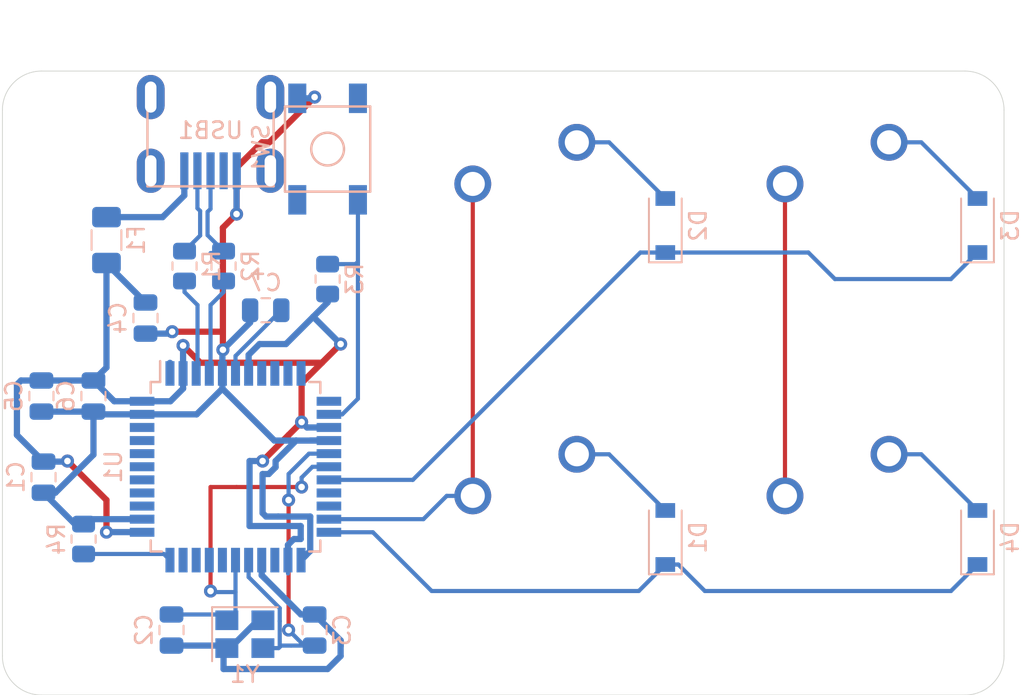
<source format=kicad_pcb>
(kicad_pcb (version 20171130) (host pcbnew "(5.1.8)-1")

  (general
    (thickness 1.6)
    (drawings 8)
    (tracks 237)
    (zones 0)
    (modules 24)
    (nets 45)
  )

  (page A4)
  (layers
    (0 F.Cu signal)
    (31 B.Cu signal)
    (32 B.Adhes user)
    (33 F.Adhes user)
    (34 B.Paste user)
    (35 F.Paste user)
    (36 B.SilkS user)
    (37 F.SilkS user)
    (38 B.Mask user)
    (39 F.Mask user)
    (40 Dwgs.User user)
    (41 Cmts.User user)
    (42 Eco1.User user)
    (43 Eco2.User user)
    (44 Edge.Cuts user)
    (45 Margin user)
    (46 B.CrtYd user)
    (47 F.CrtYd user)
    (48 B.Fab user)
    (49 F.Fab user)
  )

  (setup
    (last_trace_width 0.254)
    (trace_clearance 0.2)
    (zone_clearance 0.508)
    (zone_45_only no)
    (trace_min 0.2)
    (via_size 0.8)
    (via_drill 0.4)
    (via_min_size 0.4)
    (via_min_drill 0.3)
    (uvia_size 0.3)
    (uvia_drill 0.1)
    (uvias_allowed no)
    (uvia_min_size 0.2)
    (uvia_min_drill 0.1)
    (edge_width 0.05)
    (segment_width 0.2)
    (pcb_text_width 0.3)
    (pcb_text_size 1.5 1.5)
    (mod_edge_width 0.12)
    (mod_text_size 1 1)
    (mod_text_width 0.15)
    (pad_size 1.524 1.524)
    (pad_drill 0.762)
    (pad_to_mask_clearance 0)
    (aux_axis_origin 0 0)
    (visible_elements 7FFFFFFF)
    (pcbplotparams
      (layerselection 0x010fc_ffffffff)
      (usegerberextensions false)
      (usegerberattributes true)
      (usegerberadvancedattributes true)
      (creategerberjobfile true)
      (excludeedgelayer true)
      (linewidth 0.100000)
      (plotframeref false)
      (viasonmask false)
      (mode 1)
      (useauxorigin false)
      (hpglpennumber 1)
      (hpglpenspeed 20)
      (hpglpendiameter 15.000000)
      (psnegative false)
      (psa4output false)
      (plotreference true)
      (plotvalue true)
      (plotinvisibletext false)
      (padsonsilk false)
      (subtractmaskfromsilk false)
      (outputformat 1)
      (mirror false)
      (drillshape 1)
      (scaleselection 1)
      (outputdirectory ""))
  )

  (net 0 "")
  (net 1 GND)
  (net 2 +5V)
  (net 3 "Net-(C2-Pad1)")
  (net 4 "Net-(C3-Pad1)")
  (net 5 "Net-(C7-Pad1)")
  (net 6 "Net-(D1-Pad2)")
  (net 7 ROW1)
  (net 8 "Net-(D2-Pad2)")
  (net 9 ROW0)
  (net 10 "Net-(D3-Pad2)")
  (net 11 "Net-(D4-Pad2)")
  (net 12 VCC)
  (net 13 COL0)
  (net 14 COL1)
  (net 15 D-)
  (net 16 "Net-(R1-Pad1)")
  (net 17 D+)
  (net 18 "Net-(R2-Pad1)")
  (net 19 "Net-(R3-Pad2)")
  (net 20 "Net-(R4-Pad2)")
  (net 21 "Net-(U1-Pad42)")
  (net 22 "Net-(U1-Pad41)")
  (net 23 "Net-(U1-Pad40)")
  (net 24 "Net-(U1-Pad39)")
  (net 25 "Net-(U1-Pad38)")
  (net 26 "Net-(U1-Pad37)")
  (net 27 "Net-(U1-Pad36)")
  (net 28 "Net-(U1-Pad32)")
  (net 29 "Net-(U1-Pad31)")
  (net 30 "Net-(U1-Pad30)")
  (net 31 "Net-(U1-Pad29)")
  (net 32 "Net-(U1-Pad28)")
  (net 33 "Net-(U1-Pad27)")
  (net 34 "Net-(U1-Pad26)")
  (net 35 "Net-(U1-Pad25)")
  (net 36 "Net-(U1-Pad19)")
  (net 37 "Net-(U1-Pad12)")
  (net 38 "Net-(U1-Pad11)")
  (net 39 "Net-(U1-Pad10)")
  (net 40 "Net-(U1-Pad9)")
  (net 41 "Net-(U1-Pad8)")
  (net 42 "Net-(U1-Pad1)")
  (net 43 "Net-(USB1-Pad6)")
  (net 44 "Net-(USB1-Pad2)")

  (net_class Default "This is the default net class."
    (clearance 0.2)
    (trace_width 0.254)
    (via_dia 0.8)
    (via_drill 0.4)
    (uvia_dia 0.3)
    (uvia_drill 0.1)
    (add_net COL0)
    (add_net COL1)
    (add_net D+)
    (add_net D-)
    (add_net "Net-(C2-Pad1)")
    (add_net "Net-(C3-Pad1)")
    (add_net "Net-(C7-Pad1)")
    (add_net "Net-(D1-Pad2)")
    (add_net "Net-(D2-Pad2)")
    (add_net "Net-(D3-Pad2)")
    (add_net "Net-(D4-Pad2)")
    (add_net "Net-(R1-Pad1)")
    (add_net "Net-(R2-Pad1)")
    (add_net "Net-(R3-Pad2)")
    (add_net "Net-(R4-Pad2)")
    (add_net "Net-(U1-Pad1)")
    (add_net "Net-(U1-Pad10)")
    (add_net "Net-(U1-Pad11)")
    (add_net "Net-(U1-Pad12)")
    (add_net "Net-(U1-Pad19)")
    (add_net "Net-(U1-Pad25)")
    (add_net "Net-(U1-Pad26)")
    (add_net "Net-(U1-Pad27)")
    (add_net "Net-(U1-Pad28)")
    (add_net "Net-(U1-Pad29)")
    (add_net "Net-(U1-Pad30)")
    (add_net "Net-(U1-Pad31)")
    (add_net "Net-(U1-Pad32)")
    (add_net "Net-(U1-Pad36)")
    (add_net "Net-(U1-Pad37)")
    (add_net "Net-(U1-Pad38)")
    (add_net "Net-(U1-Pad39)")
    (add_net "Net-(U1-Pad40)")
    (add_net "Net-(U1-Pad41)")
    (add_net "Net-(U1-Pad42)")
    (add_net "Net-(U1-Pad8)")
    (add_net "Net-(U1-Pad9)")
    (add_net "Net-(USB1-Pad2)")
    (add_net "Net-(USB1-Pad6)")
    (add_net ROW0)
    (add_net ROW1)
  )

  (net_class Power ""
    (clearance 0.2)
    (trace_width 0.381)
    (via_dia 0.8)
    (via_drill 0.4)
    (uvia_dia 0.3)
    (uvia_drill 0.1)
    (add_net +5V)
    (add_net GND)
    (add_net VCC)
  )

  (module Crystal:Crystal_SMD_3225-4Pin_3.2x2.5mm (layer B.Cu) (tedit 5A0FD1B2) (tstamp 5FBC1E3F)
    (at 52.8955 59.78525)
    (descr "SMD Crystal SERIES SMD3225/4 http://www.txccrystal.com/images/pdf/7m-accuracy.pdf, 3.2x2.5mm^2 package")
    (tags "SMD SMT crystal")
    (path /5FB4AE94)
    (attr smd)
    (fp_text reference Y1 (at 0 2.45) (layer B.SilkS)
      (effects (font (size 1 1) (thickness 0.15)) (justify mirror))
    )
    (fp_text value 16MHz (at 0 -2.45) (layer B.Fab)
      (effects (font (size 1 1) (thickness 0.15)) (justify mirror))
    )
    (fp_line (start 2.1 1.7) (end -2.1 1.7) (layer B.CrtYd) (width 0.05))
    (fp_line (start 2.1 -1.7) (end 2.1 1.7) (layer B.CrtYd) (width 0.05))
    (fp_line (start -2.1 -1.7) (end 2.1 -1.7) (layer B.CrtYd) (width 0.05))
    (fp_line (start -2.1 1.7) (end -2.1 -1.7) (layer B.CrtYd) (width 0.05))
    (fp_line (start -2 -1.65) (end 2 -1.65) (layer B.SilkS) (width 0.12))
    (fp_line (start -2 1.65) (end -2 -1.65) (layer B.SilkS) (width 0.12))
    (fp_line (start -1.6 -0.25) (end -0.6 -1.25) (layer B.Fab) (width 0.1))
    (fp_line (start 1.6 1.25) (end -1.6 1.25) (layer B.Fab) (width 0.1))
    (fp_line (start 1.6 -1.25) (end 1.6 1.25) (layer B.Fab) (width 0.1))
    (fp_line (start -1.6 -1.25) (end 1.6 -1.25) (layer B.Fab) (width 0.1))
    (fp_line (start -1.6 1.25) (end -1.6 -1.25) (layer B.Fab) (width 0.1))
    (fp_text user %R (at 0 0) (layer B.Fab)
      (effects (font (size 0.7 0.7) (thickness 0.105)) (justify mirror))
    )
    (pad 4 smd rect (at -1.1 0.85) (size 1.4 1.2) (layers B.Cu B.Paste B.Mask)
      (net 1 GND))
    (pad 3 smd rect (at 1.1 0.85) (size 1.4 1.2) (layers B.Cu B.Paste B.Mask)
      (net 4 "Net-(C3-Pad1)"))
    (pad 2 smd rect (at 1.1 -0.85) (size 1.4 1.2) (layers B.Cu B.Paste B.Mask)
      (net 1 GND))
    (pad 1 smd rect (at -1.1 -0.85) (size 1.4 1.2) (layers B.Cu B.Paste B.Mask)
      (net 3 "Net-(C2-Pad1)"))
    (model ${KISYS3DMOD}/Crystal.3dshapes/Crystal_SMD_3225-4Pin_3.2x2.5mm.wrl
      (at (xyz 0 0 0))
      (scale (xyz 1 1 1))
      (rotate (xyz 0 0 0))
    )
  )

  (module random-keyboard-parts:Molex-0548190589 (layer B.Cu) (tedit 5C494815) (tstamp 5FBC2279)
    (at 50.8 26.9875 270)
    (path /5FB5FD95)
    (attr smd)
    (fp_text reference USB1 (at 2.032 0 180) (layer B.SilkS)
      (effects (font (size 1 1) (thickness 0.15)) (justify mirror))
    )
    (fp_text value Molex-0548190589 (at -5.08 0 180) (layer Dwgs.User)
      (effects (font (size 1 1) (thickness 0.15)))
    )
    (fp_line (start 3.25 1.25) (end 5.5 1.25) (layer B.CrtYd) (width 0.15))
    (fp_line (start 5.5 0.5) (end 3.25 0.5) (layer B.CrtYd) (width 0.15))
    (fp_line (start 3.25 -0.5) (end 5.5 -0.5) (layer B.CrtYd) (width 0.15))
    (fp_line (start 5.5 -1.25) (end 3.25 -1.25) (layer B.CrtYd) (width 0.15))
    (fp_line (start 3.25 -2) (end 5.5 -2) (layer B.CrtYd) (width 0.15))
    (fp_line (start 3.25 2) (end 3.25 -2) (layer B.CrtYd) (width 0.15))
    (fp_line (start 5.5 2) (end 3.25 2) (layer B.CrtYd) (width 0.15))
    (fp_line (start -3.75 -3.75) (end -3.75 3.75) (layer B.CrtYd) (width 0.15))
    (fp_line (start 5.5 -3.75) (end -3.75 -3.75) (layer B.CrtYd) (width 0.15))
    (fp_line (start 5.5 3.75) (end 5.5 -3.75) (layer B.CrtYd) (width 0.15))
    (fp_line (start -3.75 3.75) (end 5.5 3.75) (layer B.CrtYd) (width 0.15))
    (fp_line (start 0 3.85) (end 5.45 3.85) (layer B.SilkS) (width 0.15))
    (fp_line (start 0 -3.85) (end 5.45 -3.85) (layer B.SilkS) (width 0.15))
    (fp_line (start 5.45 3.85) (end 5.45 -3.85) (layer B.SilkS) (width 0.15))
    (fp_line (start -3.75 3.85) (end 0 3.85) (layer Dwgs.User) (width 0.15))
    (fp_line (start -3.75 -3.85) (end 0 -3.85) (layer Dwgs.User) (width 0.15))
    (fp_line (start -1.75 4.572) (end -1.75 -4.572) (layer Dwgs.User) (width 0.15))
    (fp_line (start -3.75 3.85) (end -3.75 -3.85) (layer Dwgs.User) (width 0.15))
    (fp_text user %R (at 2 0 180) (layer B.CrtYd)
      (effects (font (size 1 1) (thickness 0.15)) (justify mirror))
    )
    (pad 6 thru_hole oval (at 0 3.65 270) (size 2.7 1.7) (drill oval 1.9 0.7) (layers *.Cu *.Mask)
      (net 43 "Net-(USB1-Pad6)"))
    (pad 6 thru_hole oval (at 0 -3.65 270) (size 2.7 1.7) (drill oval 1.9 0.7) (layers *.Cu *.Mask)
      (net 43 "Net-(USB1-Pad6)"))
    (pad 6 thru_hole oval (at 4.5 -3.65 270) (size 2.7 1.7) (drill oval 1.9 0.7) (layers *.Cu *.Mask)
      (net 43 "Net-(USB1-Pad6)"))
    (pad 6 thru_hole oval (at 4.5 3.65 270) (size 2.7 1.7) (drill oval 1.9 0.7) (layers *.Cu *.Mask)
      (net 43 "Net-(USB1-Pad6)"))
    (pad 5 smd rect (at 4.5 1.6 270) (size 2.25 0.5) (layers B.Cu B.Paste B.Mask)
      (net 12 VCC))
    (pad 4 smd rect (at 4.5 0.8 270) (size 2.25 0.5) (layers B.Cu B.Paste B.Mask)
      (net 15 D-))
    (pad 3 smd rect (at 4.5 0 270) (size 2.25 0.5) (layers B.Cu B.Paste B.Mask)
      (net 17 D+))
    (pad 2 smd rect (at 4.5 -0.8 270) (size 2.25 0.5) (layers B.Cu B.Paste B.Mask)
      (net 44 "Net-(USB1-Pad2)"))
    (pad 1 smd rect (at 4.5 -1.6 270) (size 2.25 0.5) (layers B.Cu B.Paste B.Mask)
      (net 1 GND))
  )

  (module Package_QFP:TQFP-44_10x10mm_P0.8mm (layer B.Cu) (tedit 5A02F146) (tstamp 5FBC1EA7)
    (at 52.324 49.56175 270)
    (descr "44-Lead Plastic Thin Quad Flatpack (PT) - 10x10x1.0 mm Body [TQFP] (see Microchip Packaging Specification 00000049BS.pdf)")
    (tags "QFP 0.8")
    (path /5FB23326)
    (attr smd)
    (fp_text reference U1 (at 0 7.45 90) (layer B.SilkS)
      (effects (font (size 1 1) (thickness 0.15)) (justify mirror))
    )
    (fp_text value ATmega32U4-AU (at 0 -7.45 90) (layer B.Fab)
      (effects (font (size 1 1) (thickness 0.15)) (justify mirror))
    )
    (fp_line (start -5.175 4.6) (end -6.45 4.6) (layer B.SilkS) (width 0.15))
    (fp_line (start 5.175 5.175) (end 4.5 5.175) (layer B.SilkS) (width 0.15))
    (fp_line (start 5.175 -5.175) (end 4.5 -5.175) (layer B.SilkS) (width 0.15))
    (fp_line (start -5.175 -5.175) (end -4.5 -5.175) (layer B.SilkS) (width 0.15))
    (fp_line (start -5.175 5.175) (end -4.5 5.175) (layer B.SilkS) (width 0.15))
    (fp_line (start -5.175 -5.175) (end -5.175 -4.5) (layer B.SilkS) (width 0.15))
    (fp_line (start 5.175 -5.175) (end 5.175 -4.5) (layer B.SilkS) (width 0.15))
    (fp_line (start 5.175 5.175) (end 5.175 4.5) (layer B.SilkS) (width 0.15))
    (fp_line (start -5.175 5.175) (end -5.175 4.6) (layer B.SilkS) (width 0.15))
    (fp_line (start -6.7 -6.7) (end 6.7 -6.7) (layer B.CrtYd) (width 0.05))
    (fp_line (start -6.7 6.7) (end 6.7 6.7) (layer B.CrtYd) (width 0.05))
    (fp_line (start 6.7 6.7) (end 6.7 -6.7) (layer B.CrtYd) (width 0.05))
    (fp_line (start -6.7 6.7) (end -6.7 -6.7) (layer B.CrtYd) (width 0.05))
    (fp_line (start -5 4) (end -4 5) (layer B.Fab) (width 0.15))
    (fp_line (start -5 -5) (end -5 4) (layer B.Fab) (width 0.15))
    (fp_line (start 5 -5) (end -5 -5) (layer B.Fab) (width 0.15))
    (fp_line (start 5 5) (end 5 -5) (layer B.Fab) (width 0.15))
    (fp_line (start -4 5) (end 5 5) (layer B.Fab) (width 0.15))
    (fp_text user %R (at -0.381 -0.28575 90) (layer B.Fab)
      (effects (font (size 1 1) (thickness 0.15)) (justify mirror))
    )
    (pad 44 smd rect (at -4 5.7 180) (size 1.5 0.55) (layers B.Cu B.Paste B.Mask)
      (net 2 +5V))
    (pad 43 smd rect (at -3.2 5.7 180) (size 1.5 0.55) (layers B.Cu B.Paste B.Mask)
      (net 1 GND))
    (pad 42 smd rect (at -2.4 5.7 180) (size 1.5 0.55) (layers B.Cu B.Paste B.Mask)
      (net 21 "Net-(U1-Pad42)"))
    (pad 41 smd rect (at -1.6 5.7 180) (size 1.5 0.55) (layers B.Cu B.Paste B.Mask)
      (net 22 "Net-(U1-Pad41)"))
    (pad 40 smd rect (at -0.8 5.7 180) (size 1.5 0.55) (layers B.Cu B.Paste B.Mask)
      (net 23 "Net-(U1-Pad40)"))
    (pad 39 smd rect (at 0 5.7 180) (size 1.5 0.55) (layers B.Cu B.Paste B.Mask)
      (net 24 "Net-(U1-Pad39)"))
    (pad 38 smd rect (at 0.8 5.7 180) (size 1.5 0.55) (layers B.Cu B.Paste B.Mask)
      (net 25 "Net-(U1-Pad38)"))
    (pad 37 smd rect (at 1.6 5.7 180) (size 1.5 0.55) (layers B.Cu B.Paste B.Mask)
      (net 26 "Net-(U1-Pad37)"))
    (pad 36 smd rect (at 2.4 5.7 180) (size 1.5 0.55) (layers B.Cu B.Paste B.Mask)
      (net 27 "Net-(U1-Pad36)"))
    (pad 35 smd rect (at 3.2 5.7 180) (size 1.5 0.55) (layers B.Cu B.Paste B.Mask)
      (net 1 GND))
    (pad 34 smd rect (at 4 5.7 180) (size 1.5 0.55) (layers B.Cu B.Paste B.Mask)
      (net 2 +5V))
    (pad 33 smd rect (at 5.7 4 270) (size 1.5 0.55) (layers B.Cu B.Paste B.Mask)
      (net 20 "Net-(R4-Pad2)"))
    (pad 32 smd rect (at 5.7 3.2 270) (size 1.5 0.55) (layers B.Cu B.Paste B.Mask)
      (net 28 "Net-(U1-Pad32)"))
    (pad 31 smd rect (at 5.7 2.4 270) (size 1.5 0.55) (layers B.Cu B.Paste B.Mask)
      (net 29 "Net-(U1-Pad31)"))
    (pad 30 smd rect (at 5.7 1.6 270) (size 1.5 0.55) (layers B.Cu B.Paste B.Mask)
      (net 30 "Net-(U1-Pad30)"))
    (pad 29 smd rect (at 5.7 0.8 270) (size 1.5 0.55) (layers B.Cu B.Paste B.Mask)
      (net 31 "Net-(U1-Pad29)"))
    (pad 28 smd rect (at 5.7 0 270) (size 1.5 0.55) (layers B.Cu B.Paste B.Mask)
      (net 32 "Net-(U1-Pad28)"))
    (pad 27 smd rect (at 5.7 -0.8 270) (size 1.5 0.55) (layers B.Cu B.Paste B.Mask)
      (net 33 "Net-(U1-Pad27)"))
    (pad 26 smd rect (at 5.7 -1.6 270) (size 1.5 0.55) (layers B.Cu B.Paste B.Mask)
      (net 34 "Net-(U1-Pad26)"))
    (pad 25 smd rect (at 5.7 -2.4 270) (size 1.5 0.55) (layers B.Cu B.Paste B.Mask)
      (net 35 "Net-(U1-Pad25)"))
    (pad 24 smd rect (at 5.7 -3.2 270) (size 1.5 0.55) (layers B.Cu B.Paste B.Mask)
      (net 2 +5V))
    (pad 23 smd rect (at 5.7 -4 270) (size 1.5 0.55) (layers B.Cu B.Paste B.Mask)
      (net 1 GND))
    (pad 22 smd rect (at 4 -5.7 180) (size 1.5 0.55) (layers B.Cu B.Paste B.Mask)
      (net 7 ROW1))
    (pad 21 smd rect (at 3.2 -5.7 180) (size 1.5 0.55) (layers B.Cu B.Paste B.Mask)
      (net 13 COL0))
    (pad 20 smd rect (at 2.4 -5.7 180) (size 1.5 0.55) (layers B.Cu B.Paste B.Mask)
      (net 14 COL1))
    (pad 19 smd rect (at 1.6 -5.7 180) (size 1.5 0.55) (layers B.Cu B.Paste B.Mask)
      (net 36 "Net-(U1-Pad19)"))
    (pad 18 smd rect (at 0.8 -5.7 180) (size 1.5 0.55) (layers B.Cu B.Paste B.Mask)
      (net 9 ROW0))
    (pad 17 smd rect (at 0 -5.7 180) (size 1.5 0.55) (layers B.Cu B.Paste B.Mask)
      (net 3 "Net-(C2-Pad1)"))
    (pad 16 smd rect (at -0.8 -5.7 180) (size 1.5 0.55) (layers B.Cu B.Paste B.Mask)
      (net 4 "Net-(C3-Pad1)"))
    (pad 15 smd rect (at -1.6 -5.7 180) (size 1.5 0.55) (layers B.Cu B.Paste B.Mask)
      (net 1 GND))
    (pad 14 smd rect (at -2.4 -5.7 180) (size 1.5 0.55) (layers B.Cu B.Paste B.Mask)
      (net 2 +5V))
    (pad 13 smd rect (at -3.2 -5.7 180) (size 1.5 0.55) (layers B.Cu B.Paste B.Mask)
      (net 19 "Net-(R3-Pad2)"))
    (pad 12 smd rect (at -4 -5.7 180) (size 1.5 0.55) (layers B.Cu B.Paste B.Mask)
      (net 37 "Net-(U1-Pad12)"))
    (pad 11 smd rect (at -5.7 -4 270) (size 1.5 0.55) (layers B.Cu B.Paste B.Mask)
      (net 38 "Net-(U1-Pad11)"))
    (pad 10 smd rect (at -5.7 -3.2 270) (size 1.5 0.55) (layers B.Cu B.Paste B.Mask)
      (net 39 "Net-(U1-Pad10)"))
    (pad 9 smd rect (at -5.7 -2.4 270) (size 1.5 0.55) (layers B.Cu B.Paste B.Mask)
      (net 40 "Net-(U1-Pad9)"))
    (pad 8 smd rect (at -5.7 -1.6 270) (size 1.5 0.55) (layers B.Cu B.Paste B.Mask)
      (net 41 "Net-(U1-Pad8)"))
    (pad 7 smd rect (at -5.7 -0.8 270) (size 1.5 0.55) (layers B.Cu B.Paste B.Mask)
      (net 2 +5V))
    (pad 6 smd rect (at -5.7 0 270) (size 1.5 0.55) (layers B.Cu B.Paste B.Mask)
      (net 5 "Net-(C7-Pad1)"))
    (pad 5 smd rect (at -5.7 0.8 270) (size 1.5 0.55) (layers B.Cu B.Paste B.Mask)
      (net 1 GND))
    (pad 4 smd rect (at -5.7 1.6 270) (size 1.5 0.55) (layers B.Cu B.Paste B.Mask)
      (net 18 "Net-(R2-Pad1)"))
    (pad 3 smd rect (at -5.7 2.4 270) (size 1.5 0.55) (layers B.Cu B.Paste B.Mask)
      (net 16 "Net-(R1-Pad1)"))
    (pad 2 smd rect (at -5.7 3.2 270) (size 1.5 0.55) (layers B.Cu B.Paste B.Mask)
      (net 2 +5V))
    (pad 1 smd rect (at -5.7 4 270) (size 1.5 0.55) (layers B.Cu B.Paste B.Mask)
      (net 42 "Net-(U1-Pad1)"))
    (model ${KISYS3DMOD}/Package_QFP.3dshapes/TQFP-44_10x10mm_P0.8mm.wrl
      (at (xyz 0 0 0))
      (scale (xyz 1 1 1))
      (rotate (xyz 0 0 0))
    )
  )

  (module random-keyboard-parts:SKQG-1155865 (layer B.Cu) (tedit 5E62B398) (tstamp 5FBBAC77)
    (at 57.94375 30.1625 90)
    (path /5FB5518D)
    (attr smd)
    (fp_text reference SW1 (at 0 -4.064 90) (layer B.SilkS)
      (effects (font (size 1 1) (thickness 0.15)) (justify mirror))
    )
    (fp_text value SW_Push (at 0 4.064 90) (layer B.Fab)
      (effects (font (size 1 1) (thickness 0.15)) (justify mirror))
    )
    (fp_line (start -2.6 2.6) (end 2.6 2.6) (layer B.SilkS) (width 0.15))
    (fp_line (start 2.6 2.6) (end 2.6 -2.6) (layer B.SilkS) (width 0.15))
    (fp_line (start 2.6 -2.6) (end -2.6 -2.6) (layer B.SilkS) (width 0.15))
    (fp_line (start -2.6 -2.6) (end -2.6 2.6) (layer B.SilkS) (width 0.15))
    (fp_circle (center 0 0) (end 1 0) (layer B.SilkS) (width 0.15))
    (fp_line (start -4.2 2.6) (end 4.2 2.6) (layer B.Fab) (width 0.15))
    (fp_line (start 4.2 2.6) (end 4.2 1.2) (layer B.Fab) (width 0.15))
    (fp_line (start 4.2 1.1) (end 2.6 1.1) (layer B.Fab) (width 0.15))
    (fp_line (start 2.6 1.1) (end 2.6 -1.1) (layer B.Fab) (width 0.15))
    (fp_line (start 2.6 -1.1) (end 4.2 -1.1) (layer B.Fab) (width 0.15))
    (fp_line (start 4.2 -1.1) (end 4.2 -2.6) (layer B.Fab) (width 0.15))
    (fp_line (start 4.2 -2.6) (end -4.2 -2.6) (layer B.Fab) (width 0.15))
    (fp_line (start -4.2 -2.6) (end -4.2 -1.1) (layer B.Fab) (width 0.15))
    (fp_line (start -4.2 -1.1) (end -2.6 -1.1) (layer B.Fab) (width 0.15))
    (fp_line (start -2.6 -1.1) (end -2.6 1.1) (layer B.Fab) (width 0.15))
    (fp_line (start -2.6 1.1) (end -4.2 1.1) (layer B.Fab) (width 0.15))
    (fp_line (start -4.2 1.1) (end -4.2 2.6) (layer B.Fab) (width 0.15))
    (fp_circle (center 0 0) (end 1 0) (layer B.Fab) (width 0.15))
    (fp_line (start -2.6 1.1) (end -1.1 2.6) (layer B.Fab) (width 0.15))
    (fp_line (start 2.6 1.1) (end 1.1 2.6) (layer B.Fab) (width 0.15))
    (fp_line (start 2.6 -1.1) (end 1.1 -2.6) (layer B.Fab) (width 0.15))
    (fp_line (start -2.6 -1.1) (end -1.1 -2.6) (layer B.Fab) (width 0.15))
    (pad 4 smd rect (at -3.1 -1.85 90) (size 1.8 1.1) (layers B.Cu B.Paste B.Mask))
    (pad 3 smd rect (at 3.1 1.85 90) (size 1.8 1.1) (layers B.Cu B.Paste B.Mask))
    (pad 2 smd rect (at -3.1 1.85 90) (size 1.8 1.1) (layers B.Cu B.Paste B.Mask)
      (net 19 "Net-(R3-Pad2)"))
    (pad 1 smd rect (at 3.1 -1.85 90) (size 1.8 1.1) (layers B.Cu B.Paste B.Mask)
      (net 1 GND))
    (model ${KISYS3DMOD}/Button_Switch_SMD.3dshapes/SW_SPST_TL3342.step
      (at (xyz 0 0 0))
      (scale (xyz 1 1 1))
      (rotate (xyz 0 0 0))
    )
  )

  (module Resistor_SMD:R_0805_2012Metric (layer B.Cu) (tedit 5F68FEEE) (tstamp 5FBBAAB7)
    (at 43.053 53.975 270)
    (descr "Resistor SMD 0805 (2012 Metric), square (rectangular) end terminal, IPC_7351 nominal, (Body size source: IPC-SM-782 page 72, https://www.pcb-3d.com/wordpress/wp-content/uploads/ipc-sm-782a_amendment_1_and_2.pdf), generated with kicad-footprint-generator")
    (tags resistor)
    (path /5FB3282A)
    (attr smd)
    (fp_text reference R4 (at 0 1.65 90) (layer B.SilkS)
      (effects (font (size 1 1) (thickness 0.15)) (justify mirror))
    )
    (fp_text value 10kOhms (at 0 -1.65 90) (layer B.Fab)
      (effects (font (size 1 1) (thickness 0.15)) (justify mirror))
    )
    (fp_line (start 1.68 -0.95) (end -1.68 -0.95) (layer B.CrtYd) (width 0.05))
    (fp_line (start 1.68 0.95) (end 1.68 -0.95) (layer B.CrtYd) (width 0.05))
    (fp_line (start -1.68 0.95) (end 1.68 0.95) (layer B.CrtYd) (width 0.05))
    (fp_line (start -1.68 -0.95) (end -1.68 0.95) (layer B.CrtYd) (width 0.05))
    (fp_line (start -0.227064 -0.735) (end 0.227064 -0.735) (layer B.SilkS) (width 0.12))
    (fp_line (start -0.227064 0.735) (end 0.227064 0.735) (layer B.SilkS) (width 0.12))
    (fp_line (start 1 -0.625) (end -1 -0.625) (layer B.Fab) (width 0.1))
    (fp_line (start 1 0.625) (end 1 -0.625) (layer B.Fab) (width 0.1))
    (fp_line (start -1 0.625) (end 1 0.625) (layer B.Fab) (width 0.1))
    (fp_line (start -1 -0.625) (end -1 0.625) (layer B.Fab) (width 0.1))
    (fp_text user %R (at 0 0 90) (layer B.Fab)
      (effects (font (size 0.5 0.5) (thickness 0.08)) (justify mirror))
    )
    (pad 2 smd roundrect (at 0.9125 0 270) (size 1.025 1.4) (layers B.Cu B.Paste B.Mask) (roundrect_rratio 0.243902)
      (net 20 "Net-(R4-Pad2)"))
    (pad 1 smd roundrect (at -0.9125 0 270) (size 1.025 1.4) (layers B.Cu B.Paste B.Mask) (roundrect_rratio 0.243902)
      (net 1 GND))
    (model ${KISYS3DMOD}/Resistor_SMD.3dshapes/R_0805_2012Metric.wrl
      (at (xyz 0 0 0))
      (scale (xyz 1 1 1))
      (rotate (xyz 0 0 0))
    )
  )

  (module Resistor_SMD:R_0805_2012Metric (layer B.Cu) (tedit 5F68FEEE) (tstamp 5FBC278F)
    (at 57.94375 38.1 90)
    (descr "Resistor SMD 0805 (2012 Metric), square (rectangular) end terminal, IPC_7351 nominal, (Body size source: IPC-SM-782 page 72, https://www.pcb-3d.com/wordpress/wp-content/uploads/ipc-sm-782a_amendment_1_and_2.pdf), generated with kicad-footprint-generator")
    (tags resistor)
    (path /5FB59219)
    (attr smd)
    (fp_text reference R3 (at 0 1.65 90) (layer B.SilkS)
      (effects (font (size 1 1) (thickness 0.15)) (justify mirror))
    )
    (fp_text value 10kOhms (at 0 -1.65 90) (layer B.Fab)
      (effects (font (size 1 1) (thickness 0.15)) (justify mirror))
    )
    (fp_line (start 1.68 -0.95) (end -1.68 -0.95) (layer B.CrtYd) (width 0.05))
    (fp_line (start 1.68 0.95) (end 1.68 -0.95) (layer B.CrtYd) (width 0.05))
    (fp_line (start -1.68 0.95) (end 1.68 0.95) (layer B.CrtYd) (width 0.05))
    (fp_line (start -1.68 -0.95) (end -1.68 0.95) (layer B.CrtYd) (width 0.05))
    (fp_line (start -0.227064 -0.735) (end 0.227064 -0.735) (layer B.SilkS) (width 0.12))
    (fp_line (start -0.227064 0.735) (end 0.227064 0.735) (layer B.SilkS) (width 0.12))
    (fp_line (start 1 -0.625) (end -1 -0.625) (layer B.Fab) (width 0.1))
    (fp_line (start 1 0.625) (end 1 -0.625) (layer B.Fab) (width 0.1))
    (fp_line (start -1 0.625) (end 1 0.625) (layer B.Fab) (width 0.1))
    (fp_line (start -1 -0.625) (end -1 0.625) (layer B.Fab) (width 0.1))
    (fp_text user %R (at 0 0 90) (layer B.Fab)
      (effects (font (size 0.5 0.5) (thickness 0.08)) (justify mirror))
    )
    (pad 2 smd roundrect (at 0.9125 0 90) (size 1.025 1.4) (layers B.Cu B.Paste B.Mask) (roundrect_rratio 0.243902)
      (net 19 "Net-(R3-Pad2)"))
    (pad 1 smd roundrect (at -0.9125 0 90) (size 1.025 1.4) (layers B.Cu B.Paste B.Mask) (roundrect_rratio 0.243902)
      (net 2 +5V))
    (model ${KISYS3DMOD}/Resistor_SMD.3dshapes/R_0805_2012Metric.wrl
      (at (xyz 0 0 0))
      (scale (xyz 1 1 1))
      (rotate (xyz 0 0 0))
    )
  )

  (module Resistor_SMD:R_0805_2012Metric (layer B.Cu) (tedit 5F68FEEE) (tstamp 5FBC214D)
    (at 51.59375 37.30625 90)
    (descr "Resistor SMD 0805 (2012 Metric), square (rectangular) end terminal, IPC_7351 nominal, (Body size source: IPC-SM-782 page 72, https://www.pcb-3d.com/wordpress/wp-content/uploads/ipc-sm-782a_amendment_1_and_2.pdf), generated with kicad-footprint-generator")
    (tags resistor)
    (path /5FB355ED)
    (attr smd)
    (fp_text reference R2 (at 0 1.65 90) (layer B.SilkS)
      (effects (font (size 1 1) (thickness 0.15)) (justify mirror))
    )
    (fp_text value 22Ohms (at 0 -1.65 90) (layer B.Fab)
      (effects (font (size 1 1) (thickness 0.15)) (justify mirror))
    )
    (fp_line (start 1.68 -0.95) (end -1.68 -0.95) (layer B.CrtYd) (width 0.05))
    (fp_line (start 1.68 0.95) (end 1.68 -0.95) (layer B.CrtYd) (width 0.05))
    (fp_line (start -1.68 0.95) (end 1.68 0.95) (layer B.CrtYd) (width 0.05))
    (fp_line (start -1.68 -0.95) (end -1.68 0.95) (layer B.CrtYd) (width 0.05))
    (fp_line (start -0.227064 -0.735) (end 0.227064 -0.735) (layer B.SilkS) (width 0.12))
    (fp_line (start -0.227064 0.735) (end 0.227064 0.735) (layer B.SilkS) (width 0.12))
    (fp_line (start 1 -0.625) (end -1 -0.625) (layer B.Fab) (width 0.1))
    (fp_line (start 1 0.625) (end 1 -0.625) (layer B.Fab) (width 0.1))
    (fp_line (start -1 0.625) (end 1 0.625) (layer B.Fab) (width 0.1))
    (fp_line (start -1 -0.625) (end -1 0.625) (layer B.Fab) (width 0.1))
    (fp_text user %R (at 0 0 90) (layer B.Fab)
      (effects (font (size 0.5 0.5) (thickness 0.08)) (justify mirror))
    )
    (pad 2 smd roundrect (at 0.9125 0 90) (size 1.025 1.4) (layers B.Cu B.Paste B.Mask) (roundrect_rratio 0.243902)
      (net 17 D+))
    (pad 1 smd roundrect (at -0.9125 0 90) (size 1.025 1.4) (layers B.Cu B.Paste B.Mask) (roundrect_rratio 0.243902)
      (net 18 "Net-(R2-Pad1)"))
    (model ${KISYS3DMOD}/Resistor_SMD.3dshapes/R_0805_2012Metric.wrl
      (at (xyz 0 0 0))
      (scale (xyz 1 1 1))
      (rotate (xyz 0 0 0))
    )
  )

  (module Resistor_SMD:R_0805_2012Metric (layer B.Cu) (tedit 5F68FEEE) (tstamp 5FBC211D)
    (at 49.2125 37.30625 90)
    (descr "Resistor SMD 0805 (2012 Metric), square (rectangular) end terminal, IPC_7351 nominal, (Body size source: IPC-SM-782 page 72, https://www.pcb-3d.com/wordpress/wp-content/uploads/ipc-sm-782a_amendment_1_and_2.pdf), generated with kicad-footprint-generator")
    (tags resistor)
    (path /5FB36BF3)
    (attr smd)
    (fp_text reference R1 (at 0 1.65 90) (layer B.SilkS)
      (effects (font (size 1 1) (thickness 0.15)) (justify mirror))
    )
    (fp_text value 22Ohms (at 0 -1.65 90) (layer B.Fab)
      (effects (font (size 1 1) (thickness 0.15)) (justify mirror))
    )
    (fp_line (start 1.68 -0.95) (end -1.68 -0.95) (layer B.CrtYd) (width 0.05))
    (fp_line (start 1.68 0.95) (end 1.68 -0.95) (layer B.CrtYd) (width 0.05))
    (fp_line (start -1.68 0.95) (end 1.68 0.95) (layer B.CrtYd) (width 0.05))
    (fp_line (start -1.68 -0.95) (end -1.68 0.95) (layer B.CrtYd) (width 0.05))
    (fp_line (start -0.227064 -0.735) (end 0.227064 -0.735) (layer B.SilkS) (width 0.12))
    (fp_line (start -0.227064 0.735) (end 0.227064 0.735) (layer B.SilkS) (width 0.12))
    (fp_line (start 1 -0.625) (end -1 -0.625) (layer B.Fab) (width 0.1))
    (fp_line (start 1 0.625) (end 1 -0.625) (layer B.Fab) (width 0.1))
    (fp_line (start -1 0.625) (end 1 0.625) (layer B.Fab) (width 0.1))
    (fp_line (start -1 -0.625) (end -1 0.625) (layer B.Fab) (width 0.1))
    (fp_text user %R (at 0 0 90) (layer B.Fab)
      (effects (font (size 0.5 0.5) (thickness 0.08)) (justify mirror))
    )
    (pad 2 smd roundrect (at 0.9125 0 90) (size 1.025 1.4) (layers B.Cu B.Paste B.Mask) (roundrect_rratio 0.243902)
      (net 15 D-))
    (pad 1 smd roundrect (at -0.9125 0 90) (size 1.025 1.4) (layers B.Cu B.Paste B.Mask) (roundrect_rratio 0.243902)
      (net 16 "Net-(R1-Pad1)"))
    (model ${KISYS3DMOD}/Resistor_SMD.3dshapes/R_0805_2012Metric.wrl
      (at (xyz 0 0 0))
      (scale (xyz 1 1 1))
      (rotate (xyz 0 0 0))
    )
  )

  (module MX_Only:MXOnly-1U-NoLED (layer F.Cu) (tedit 5BD3C6C7) (tstamp 5FB29B46)
    (at 89.662 53.87975)
    (path /5FB773BC)
    (fp_text reference MX4 (at 0 3.175) (layer Dwgs.User)
      (effects (font (size 1 1) (thickness 0.15)))
    )
    (fp_text value MX-NoLED (at 0 -7.9375) (layer Dwgs.User)
      (effects (font (size 1 1) (thickness 0.15)))
    )
    (fp_line (start 5 -7) (end 7 -7) (layer Dwgs.User) (width 0.15))
    (fp_line (start 7 -7) (end 7 -5) (layer Dwgs.User) (width 0.15))
    (fp_line (start 5 7) (end 7 7) (layer Dwgs.User) (width 0.15))
    (fp_line (start 7 7) (end 7 5) (layer Dwgs.User) (width 0.15))
    (fp_line (start -7 5) (end -7 7) (layer Dwgs.User) (width 0.15))
    (fp_line (start -7 7) (end -5 7) (layer Dwgs.User) (width 0.15))
    (fp_line (start -5 -7) (end -7 -7) (layer Dwgs.User) (width 0.15))
    (fp_line (start -7 -7) (end -7 -5) (layer Dwgs.User) (width 0.15))
    (fp_line (start -9.525 -9.525) (end 9.525 -9.525) (layer Dwgs.User) (width 0.15))
    (fp_line (start 9.525 -9.525) (end 9.525 9.525) (layer Dwgs.User) (width 0.15))
    (fp_line (start 9.525 9.525) (end -9.525 9.525) (layer Dwgs.User) (width 0.15))
    (fp_line (start -9.525 9.525) (end -9.525 -9.525) (layer Dwgs.User) (width 0.15))
    (pad 2 thru_hole circle (at 2.54 -5.08) (size 2.25 2.25) (drill 1.47) (layers *.Cu B.Mask)
      (net 11 "Net-(D4-Pad2)"))
    (pad "" np_thru_hole circle (at 0 0) (size 3.9878 3.9878) (drill 3.9878) (layers *.Cu *.Mask))
    (pad 1 thru_hole circle (at -3.81 -2.54) (size 2.25 2.25) (drill 1.47) (layers *.Cu B.Mask)
      (net 14 COL1))
    (pad "" np_thru_hole circle (at -5.08 0 48.0996) (size 1.75 1.75) (drill 1.75) (layers *.Cu *.Mask))
    (pad "" np_thru_hole circle (at 5.08 0 48.0996) (size 1.75 1.75) (drill 1.75) (layers *.Cu *.Mask))
  )

  (module MX_Only:MXOnly-1U-NoLED (layer F.Cu) (tedit 5BD3C6C7) (tstamp 5FB29B31)
    (at 89.662 34.82975)
    (path /5FB73C55)
    (fp_text reference MX3 (at 0 3.175) (layer Dwgs.User)
      (effects (font (size 1 1) (thickness 0.15)))
    )
    (fp_text value MX-NoLED (at 0 -7.9375) (layer Dwgs.User)
      (effects (font (size 1 1) (thickness 0.15)))
    )
    (fp_line (start 5 -7) (end 7 -7) (layer Dwgs.User) (width 0.15))
    (fp_line (start 7 -7) (end 7 -5) (layer Dwgs.User) (width 0.15))
    (fp_line (start 5 7) (end 7 7) (layer Dwgs.User) (width 0.15))
    (fp_line (start 7 7) (end 7 5) (layer Dwgs.User) (width 0.15))
    (fp_line (start -7 5) (end -7 7) (layer Dwgs.User) (width 0.15))
    (fp_line (start -7 7) (end -5 7) (layer Dwgs.User) (width 0.15))
    (fp_line (start -5 -7) (end -7 -7) (layer Dwgs.User) (width 0.15))
    (fp_line (start -7 -7) (end -7 -5) (layer Dwgs.User) (width 0.15))
    (fp_line (start -9.525 -9.525) (end 9.525 -9.525) (layer Dwgs.User) (width 0.15))
    (fp_line (start 9.525 -9.525) (end 9.525 9.525) (layer Dwgs.User) (width 0.15))
    (fp_line (start 9.525 9.525) (end -9.525 9.525) (layer Dwgs.User) (width 0.15))
    (fp_line (start -9.525 9.525) (end -9.525 -9.525) (layer Dwgs.User) (width 0.15))
    (pad 2 thru_hole circle (at 2.54 -5.08) (size 2.25 2.25) (drill 1.47) (layers *.Cu B.Mask)
      (net 10 "Net-(D3-Pad2)"))
    (pad "" np_thru_hole circle (at 0 0) (size 3.9878 3.9878) (drill 3.9878) (layers *.Cu *.Mask))
    (pad 1 thru_hole circle (at -3.81 -2.54) (size 2.25 2.25) (drill 1.47) (layers *.Cu B.Mask)
      (net 14 COL1))
    (pad "" np_thru_hole circle (at -5.08 0 48.0996) (size 1.75 1.75) (drill 1.75) (layers *.Cu *.Mask))
    (pad "" np_thru_hole circle (at 5.08 0 48.0996) (size 1.75 1.75) (drill 1.75) (layers *.Cu *.Mask))
  )

  (module MX_Only:MXOnly-1U-NoLED (layer F.Cu) (tedit 5BD3C6C7) (tstamp 5FB29B1C)
    (at 70.612 34.82975)
    (path /5FB69EB0)
    (fp_text reference MX2 (at 0 3.175) (layer Dwgs.User)
      (effects (font (size 1 1) (thickness 0.15)))
    )
    (fp_text value MX-NoLED (at 0 -7.9375) (layer Dwgs.User)
      (effects (font (size 1 1) (thickness 0.15)))
    )
    (fp_line (start 5 -7) (end 7 -7) (layer Dwgs.User) (width 0.15))
    (fp_line (start 7 -7) (end 7 -5) (layer Dwgs.User) (width 0.15))
    (fp_line (start 5 7) (end 7 7) (layer Dwgs.User) (width 0.15))
    (fp_line (start 7 7) (end 7 5) (layer Dwgs.User) (width 0.15))
    (fp_line (start -7 5) (end -7 7) (layer Dwgs.User) (width 0.15))
    (fp_line (start -7 7) (end -5 7) (layer Dwgs.User) (width 0.15))
    (fp_line (start -5 -7) (end -7 -7) (layer Dwgs.User) (width 0.15))
    (fp_line (start -7 -7) (end -7 -5) (layer Dwgs.User) (width 0.15))
    (fp_line (start -9.525 -9.525) (end 9.525 -9.525) (layer Dwgs.User) (width 0.15))
    (fp_line (start 9.525 -9.525) (end 9.525 9.525) (layer Dwgs.User) (width 0.15))
    (fp_line (start 9.525 9.525) (end -9.525 9.525) (layer Dwgs.User) (width 0.15))
    (fp_line (start -9.525 9.525) (end -9.525 -9.525) (layer Dwgs.User) (width 0.15))
    (pad 2 thru_hole circle (at 2.54 -5.08) (size 2.25 2.25) (drill 1.47) (layers *.Cu B.Mask)
      (net 8 "Net-(D2-Pad2)"))
    (pad "" np_thru_hole circle (at 0 0) (size 3.9878 3.9878) (drill 3.9878) (layers *.Cu *.Mask))
    (pad 1 thru_hole circle (at -3.81 -2.54) (size 2.25 2.25) (drill 1.47) (layers *.Cu B.Mask)
      (net 13 COL0))
    (pad "" np_thru_hole circle (at -5.08 0 48.0996) (size 1.75 1.75) (drill 1.75) (layers *.Cu *.Mask))
    (pad "" np_thru_hole circle (at 5.08 0 48.0996) (size 1.75 1.75) (drill 1.75) (layers *.Cu *.Mask))
  )

  (module MX_Only:MXOnly-1U-NoLED (layer F.Cu) (tedit 5BD3C6C7) (tstamp 5FB29B07)
    (at 70.612 53.87975)
    (path /5FB758F6)
    (fp_text reference MX1 (at 0 3.175) (layer Dwgs.User)
      (effects (font (size 1 1) (thickness 0.15)))
    )
    (fp_text value MX-NoLED (at 0 -7.9375) (layer Dwgs.User)
      (effects (font (size 1 1) (thickness 0.15)))
    )
    (fp_line (start 5 -7) (end 7 -7) (layer Dwgs.User) (width 0.15))
    (fp_line (start 7 -7) (end 7 -5) (layer Dwgs.User) (width 0.15))
    (fp_line (start 5 7) (end 7 7) (layer Dwgs.User) (width 0.15))
    (fp_line (start 7 7) (end 7 5) (layer Dwgs.User) (width 0.15))
    (fp_line (start -7 5) (end -7 7) (layer Dwgs.User) (width 0.15))
    (fp_line (start -7 7) (end -5 7) (layer Dwgs.User) (width 0.15))
    (fp_line (start -5 -7) (end -7 -7) (layer Dwgs.User) (width 0.15))
    (fp_line (start -7 -7) (end -7 -5) (layer Dwgs.User) (width 0.15))
    (fp_line (start -9.525 -9.525) (end 9.525 -9.525) (layer Dwgs.User) (width 0.15))
    (fp_line (start 9.525 -9.525) (end 9.525 9.525) (layer Dwgs.User) (width 0.15))
    (fp_line (start 9.525 9.525) (end -9.525 9.525) (layer Dwgs.User) (width 0.15))
    (fp_line (start -9.525 9.525) (end -9.525 -9.525) (layer Dwgs.User) (width 0.15))
    (pad 2 thru_hole circle (at 2.54 -5.08) (size 2.25 2.25) (drill 1.47) (layers *.Cu B.Mask)
      (net 6 "Net-(D1-Pad2)"))
    (pad "" np_thru_hole circle (at 0 0) (size 3.9878 3.9878) (drill 3.9878) (layers *.Cu *.Mask))
    (pad 1 thru_hole circle (at -3.81 -2.54) (size 2.25 2.25) (drill 1.47) (layers *.Cu B.Mask)
      (net 13 COL0))
    (pad "" np_thru_hole circle (at -5.08 0 48.0996) (size 1.75 1.75) (drill 1.75) (layers *.Cu *.Mask))
    (pad "" np_thru_hole circle (at 5.08 0 48.0996) (size 1.75 1.75) (drill 1.75) (layers *.Cu *.Mask))
  )

  (module Fuse:Fuse_1206_3216Metric (layer B.Cu) (tedit 5F68FEF1) (tstamp 5FBBADED)
    (at 44.45 35.71875 90)
    (descr "Fuse SMD 1206 (3216 Metric), square (rectangular) end terminal, IPC_7351 nominal, (Body size source: http://www.tortai-tech.com/upload/download/2011102023233369053.pdf), generated with kicad-footprint-generator")
    (tags fuse)
    (path /5FB60D9A)
    (attr smd)
    (fp_text reference F1 (at 0 1.82 90) (layer B.SilkS)
      (effects (font (size 1 1) (thickness 0.15)) (justify mirror))
    )
    (fp_text value 500mA (at 0 -1.82 90) (layer B.Fab)
      (effects (font (size 1 1) (thickness 0.15)) (justify mirror))
    )
    (fp_line (start 2.28 -1.12) (end -2.28 -1.12) (layer B.CrtYd) (width 0.05))
    (fp_line (start 2.28 1.12) (end 2.28 -1.12) (layer B.CrtYd) (width 0.05))
    (fp_line (start -2.28 1.12) (end 2.28 1.12) (layer B.CrtYd) (width 0.05))
    (fp_line (start -2.28 -1.12) (end -2.28 1.12) (layer B.CrtYd) (width 0.05))
    (fp_line (start -0.602064 -0.91) (end 0.602064 -0.91) (layer B.SilkS) (width 0.12))
    (fp_line (start -0.602064 0.91) (end 0.602064 0.91) (layer B.SilkS) (width 0.12))
    (fp_line (start 1.6 -0.8) (end -1.6 -0.8) (layer B.Fab) (width 0.1))
    (fp_line (start 1.6 0.8) (end 1.6 -0.8) (layer B.Fab) (width 0.1))
    (fp_line (start -1.6 0.8) (end 1.6 0.8) (layer B.Fab) (width 0.1))
    (fp_line (start -1.6 -0.8) (end -1.6 0.8) (layer B.Fab) (width 0.1))
    (fp_text user %R (at 0 0 90) (layer B.Fab)
      (effects (font (size 0.8 0.8) (thickness 0.12)) (justify mirror))
    )
    (pad 2 smd roundrect (at 1.4 0 90) (size 1.25 1.75) (layers B.Cu B.Paste B.Mask) (roundrect_rratio 0.2)
      (net 12 VCC))
    (pad 1 smd roundrect (at -1.4 0 90) (size 1.25 1.75) (layers B.Cu B.Paste B.Mask) (roundrect_rratio 0.2)
      (net 2 +5V))
    (model ${KISYS3DMOD}/Fuse.3dshapes/Fuse_1206_3216Metric.wrl
      (at (xyz 0 0 0))
      (scale (xyz 1 1 1))
      (rotate (xyz 0 0 0))
    )
  )

  (module Diode_SMD:D_SOD-123 (layer B.Cu) (tedit 58645DC7) (tstamp 5FBB77A1)
    (at 97.5995 53.87975 90)
    (descr SOD-123)
    (tags SOD-123)
    (path /5FB77ED6)
    (attr smd)
    (fp_text reference D4 (at 0 2 90) (layer B.SilkS)
      (effects (font (size 1 1) (thickness 0.15)) (justify mirror))
    )
    (fp_text value D_Small (at 0 -2.1 90) (layer B.Fab)
      (effects (font (size 1 1) (thickness 0.15)) (justify mirror))
    )
    (fp_line (start -2.25 1) (end 1.65 1) (layer B.SilkS) (width 0.12))
    (fp_line (start -2.25 -1) (end 1.65 -1) (layer B.SilkS) (width 0.12))
    (fp_line (start -2.35 1.15) (end -2.35 -1.15) (layer B.CrtYd) (width 0.05))
    (fp_line (start 2.35 -1.15) (end -2.35 -1.15) (layer B.CrtYd) (width 0.05))
    (fp_line (start 2.35 1.15) (end 2.35 -1.15) (layer B.CrtYd) (width 0.05))
    (fp_line (start -2.35 1.15) (end 2.35 1.15) (layer B.CrtYd) (width 0.05))
    (fp_line (start -1.4 0.9) (end 1.4 0.9) (layer B.Fab) (width 0.1))
    (fp_line (start 1.4 0.9) (end 1.4 -0.9) (layer B.Fab) (width 0.1))
    (fp_line (start 1.4 -0.9) (end -1.4 -0.9) (layer B.Fab) (width 0.1))
    (fp_line (start -1.4 -0.9) (end -1.4 0.9) (layer B.Fab) (width 0.1))
    (fp_line (start -0.75 0) (end -0.35 0) (layer B.Fab) (width 0.1))
    (fp_line (start -0.35 0) (end -0.35 0.55) (layer B.Fab) (width 0.1))
    (fp_line (start -0.35 0) (end -0.35 -0.55) (layer B.Fab) (width 0.1))
    (fp_line (start -0.35 0) (end 0.25 0.4) (layer B.Fab) (width 0.1))
    (fp_line (start 0.25 0.4) (end 0.25 -0.4) (layer B.Fab) (width 0.1))
    (fp_line (start 0.25 -0.4) (end -0.35 0) (layer B.Fab) (width 0.1))
    (fp_line (start 0.25 0) (end 0.75 0) (layer B.Fab) (width 0.1))
    (fp_line (start -2.25 1) (end -2.25 -1) (layer B.SilkS) (width 0.12))
    (fp_text user %R (at 0 2 90) (layer B.Fab)
      (effects (font (size 1 1) (thickness 0.15)) (justify mirror))
    )
    (pad 2 smd rect (at 1.65 0 90) (size 0.9 1.2) (layers B.Cu B.Paste B.Mask)
      (net 11 "Net-(D4-Pad2)"))
    (pad 1 smd rect (at -1.65 0 90) (size 0.9 1.2) (layers B.Cu B.Paste B.Mask)
      (net 7 ROW1))
    (model ${KISYS3DMOD}/Diode_SMD.3dshapes/D_SOD-123.wrl
      (at (xyz 0 0 0))
      (scale (xyz 1 1 1))
      (rotate (xyz 0 0 0))
    )
  )

  (module Diode_SMD:D_SOD-123 (layer B.Cu) (tedit 58645DC7) (tstamp 5FB29AC8)
    (at 97.5995 34.82975 90)
    (descr SOD-123)
    (tags SOD-123)
    (path /5FB74DC3)
    (attr smd)
    (fp_text reference D3 (at 0 2 90) (layer B.SilkS)
      (effects (font (size 1 1) (thickness 0.15)) (justify mirror))
    )
    (fp_text value D_Small (at 0 -2.1 90) (layer B.Fab)
      (effects (font (size 1 1) (thickness 0.15)) (justify mirror))
    )
    (fp_line (start -2.25 1) (end 1.65 1) (layer B.SilkS) (width 0.12))
    (fp_line (start -2.25 -1) (end 1.65 -1) (layer B.SilkS) (width 0.12))
    (fp_line (start -2.35 1.15) (end -2.35 -1.15) (layer B.CrtYd) (width 0.05))
    (fp_line (start 2.35 -1.15) (end -2.35 -1.15) (layer B.CrtYd) (width 0.05))
    (fp_line (start 2.35 1.15) (end 2.35 -1.15) (layer B.CrtYd) (width 0.05))
    (fp_line (start -2.35 1.15) (end 2.35 1.15) (layer B.CrtYd) (width 0.05))
    (fp_line (start -1.4 0.9) (end 1.4 0.9) (layer B.Fab) (width 0.1))
    (fp_line (start 1.4 0.9) (end 1.4 -0.9) (layer B.Fab) (width 0.1))
    (fp_line (start 1.4 -0.9) (end -1.4 -0.9) (layer B.Fab) (width 0.1))
    (fp_line (start -1.4 -0.9) (end -1.4 0.9) (layer B.Fab) (width 0.1))
    (fp_line (start -0.75 0) (end -0.35 0) (layer B.Fab) (width 0.1))
    (fp_line (start -0.35 0) (end -0.35 0.55) (layer B.Fab) (width 0.1))
    (fp_line (start -0.35 0) (end -0.35 -0.55) (layer B.Fab) (width 0.1))
    (fp_line (start -0.35 0) (end 0.25 0.4) (layer B.Fab) (width 0.1))
    (fp_line (start 0.25 0.4) (end 0.25 -0.4) (layer B.Fab) (width 0.1))
    (fp_line (start 0.25 -0.4) (end -0.35 0) (layer B.Fab) (width 0.1))
    (fp_line (start 0.25 0) (end 0.75 0) (layer B.Fab) (width 0.1))
    (fp_line (start -2.25 1) (end -2.25 -1) (layer B.SilkS) (width 0.12))
    (fp_text user %R (at 0 2 90) (layer B.Fab)
      (effects (font (size 1 1) (thickness 0.15)) (justify mirror))
    )
    (pad 2 smd rect (at 1.65 0 90) (size 0.9 1.2) (layers B.Cu B.Paste B.Mask)
      (net 10 "Net-(D3-Pad2)"))
    (pad 1 smd rect (at -1.65 0 90) (size 0.9 1.2) (layers B.Cu B.Paste B.Mask)
      (net 9 ROW0))
    (model ${KISYS3DMOD}/Diode_SMD.3dshapes/D_SOD-123.wrl
      (at (xyz 0 0 0))
      (scale (xyz 1 1 1))
      (rotate (xyz 0 0 0))
    )
  )

  (module Diode_SMD:D_SOD-123 (layer B.Cu) (tedit 58645DC7) (tstamp 5FB29AAF)
    (at 78.5495 34.82975 90)
    (descr SOD-123)
    (tags SOD-123)
    (path /5FB6B387)
    (attr smd)
    (fp_text reference D2 (at 0 2 90) (layer B.SilkS)
      (effects (font (size 1 1) (thickness 0.15)) (justify mirror))
    )
    (fp_text value D_Small (at 0 -2.1 90) (layer B.Fab)
      (effects (font (size 1 1) (thickness 0.15)) (justify mirror))
    )
    (fp_line (start -2.25 1) (end 1.65 1) (layer B.SilkS) (width 0.12))
    (fp_line (start -2.25 -1) (end 1.65 -1) (layer B.SilkS) (width 0.12))
    (fp_line (start -2.35 1.15) (end -2.35 -1.15) (layer B.CrtYd) (width 0.05))
    (fp_line (start 2.35 -1.15) (end -2.35 -1.15) (layer B.CrtYd) (width 0.05))
    (fp_line (start 2.35 1.15) (end 2.35 -1.15) (layer B.CrtYd) (width 0.05))
    (fp_line (start -2.35 1.15) (end 2.35 1.15) (layer B.CrtYd) (width 0.05))
    (fp_line (start -1.4 0.9) (end 1.4 0.9) (layer B.Fab) (width 0.1))
    (fp_line (start 1.4 0.9) (end 1.4 -0.9) (layer B.Fab) (width 0.1))
    (fp_line (start 1.4 -0.9) (end -1.4 -0.9) (layer B.Fab) (width 0.1))
    (fp_line (start -1.4 -0.9) (end -1.4 0.9) (layer B.Fab) (width 0.1))
    (fp_line (start -0.75 0) (end -0.35 0) (layer B.Fab) (width 0.1))
    (fp_line (start -0.35 0) (end -0.35 0.55) (layer B.Fab) (width 0.1))
    (fp_line (start -0.35 0) (end -0.35 -0.55) (layer B.Fab) (width 0.1))
    (fp_line (start -0.35 0) (end 0.25 0.4) (layer B.Fab) (width 0.1))
    (fp_line (start 0.25 0.4) (end 0.25 -0.4) (layer B.Fab) (width 0.1))
    (fp_line (start 0.25 -0.4) (end -0.35 0) (layer B.Fab) (width 0.1))
    (fp_line (start 0.25 0) (end 0.75 0) (layer B.Fab) (width 0.1))
    (fp_line (start -2.25 1) (end -2.25 -1) (layer B.SilkS) (width 0.12))
    (fp_text user %R (at 0 2 90) (layer B.Fab)
      (effects (font (size 1 1) (thickness 0.15)) (justify mirror))
    )
    (pad 2 smd rect (at 1.65 0 90) (size 0.9 1.2) (layers B.Cu B.Paste B.Mask)
      (net 8 "Net-(D2-Pad2)"))
    (pad 1 smd rect (at -1.65 0 90) (size 0.9 1.2) (layers B.Cu B.Paste B.Mask)
      (net 9 ROW0))
    (model ${KISYS3DMOD}/Diode_SMD.3dshapes/D_SOD-123.wrl
      (at (xyz 0 0 0))
      (scale (xyz 1 1 1))
      (rotate (xyz 0 0 0))
    )
  )

  (module Diode_SMD:D_SOD-123 (layer B.Cu) (tedit 58645DC7) (tstamp 5FBB6F0B)
    (at 78.5495 53.87975 90)
    (descr SOD-123)
    (tags SOD-123)
    (path /5FB7667C)
    (attr smd)
    (fp_text reference D1 (at 0 2 90) (layer B.SilkS)
      (effects (font (size 1 1) (thickness 0.15)) (justify mirror))
    )
    (fp_text value D_Small (at 0 -2.1 90) (layer B.Fab)
      (effects (font (size 1 1) (thickness 0.15)) (justify mirror))
    )
    (fp_line (start -2.25 1) (end 1.65 1) (layer B.SilkS) (width 0.12))
    (fp_line (start -2.25 -1) (end 1.65 -1) (layer B.SilkS) (width 0.12))
    (fp_line (start -2.35 1.15) (end -2.35 -1.15) (layer B.CrtYd) (width 0.05))
    (fp_line (start 2.35 -1.15) (end -2.35 -1.15) (layer B.CrtYd) (width 0.05))
    (fp_line (start 2.35 1.15) (end 2.35 -1.15) (layer B.CrtYd) (width 0.05))
    (fp_line (start -2.35 1.15) (end 2.35 1.15) (layer B.CrtYd) (width 0.05))
    (fp_line (start -1.4 0.9) (end 1.4 0.9) (layer B.Fab) (width 0.1))
    (fp_line (start 1.4 0.9) (end 1.4 -0.9) (layer B.Fab) (width 0.1))
    (fp_line (start 1.4 -0.9) (end -1.4 -0.9) (layer B.Fab) (width 0.1))
    (fp_line (start -1.4 -0.9) (end -1.4 0.9) (layer B.Fab) (width 0.1))
    (fp_line (start -0.75 0) (end -0.35 0) (layer B.Fab) (width 0.1))
    (fp_line (start -0.35 0) (end -0.35 0.55) (layer B.Fab) (width 0.1))
    (fp_line (start -0.35 0) (end -0.35 -0.55) (layer B.Fab) (width 0.1))
    (fp_line (start -0.35 0) (end 0.25 0.4) (layer B.Fab) (width 0.1))
    (fp_line (start 0.25 0.4) (end 0.25 -0.4) (layer B.Fab) (width 0.1))
    (fp_line (start 0.25 -0.4) (end -0.35 0) (layer B.Fab) (width 0.1))
    (fp_line (start 0.25 0) (end 0.75 0) (layer B.Fab) (width 0.1))
    (fp_line (start -2.25 1) (end -2.25 -1) (layer B.SilkS) (width 0.12))
    (fp_text user %R (at 0 2 90) (layer B.Fab)
      (effects (font (size 1 1) (thickness 0.15)) (justify mirror))
    )
    (pad 2 smd rect (at 1.65 0 90) (size 0.9 1.2) (layers B.Cu B.Paste B.Mask)
      (net 6 "Net-(D1-Pad2)"))
    (pad 1 smd rect (at -1.65 0 90) (size 0.9 1.2) (layers B.Cu B.Paste B.Mask)
      (net 7 ROW1))
    (model ${KISYS3DMOD}/Diode_SMD.3dshapes/D_SOD-123.wrl
      (at (xyz 0 0 0))
      (scale (xyz 1 1 1))
      (rotate (xyz 0 0 0))
    )
  )

  (module Capacitor_SMD:C_0805_2012Metric (layer B.Cu) (tedit 5F68FEEE) (tstamp 5FBBAD2D)
    (at 54.1655 40.005 180)
    (descr "Capacitor SMD 0805 (2012 Metric), square (rectangular) end terminal, IPC_7351 nominal, (Body size source: IPC-SM-782 page 76, https://www.pcb-3d.com/wordpress/wp-content/uploads/ipc-sm-782a_amendment_1_and_2.pdf, https://docs.google.com/spreadsheets/d/1BsfQQcO9C6DZCsRaXUlFlo91Tg2WpOkGARC1WS5S8t0/edit?usp=sharing), generated with kicad-footprint-generator")
    (tags capacitor)
    (path /5FB38E54)
    (attr smd)
    (fp_text reference C7 (at 0 1.68) (layer B.SilkS)
      (effects (font (size 1 1) (thickness 0.15)) (justify mirror))
    )
    (fp_text value 1uF (at 0 -1.68) (layer B.Fab)
      (effects (font (size 1 1) (thickness 0.15)) (justify mirror))
    )
    (fp_line (start 1.7 -0.98) (end -1.7 -0.98) (layer B.CrtYd) (width 0.05))
    (fp_line (start 1.7 0.98) (end 1.7 -0.98) (layer B.CrtYd) (width 0.05))
    (fp_line (start -1.7 0.98) (end 1.7 0.98) (layer B.CrtYd) (width 0.05))
    (fp_line (start -1.7 -0.98) (end -1.7 0.98) (layer B.CrtYd) (width 0.05))
    (fp_line (start -0.261252 -0.735) (end 0.261252 -0.735) (layer B.SilkS) (width 0.12))
    (fp_line (start -0.261252 0.735) (end 0.261252 0.735) (layer B.SilkS) (width 0.12))
    (fp_line (start 1 -0.625) (end -1 -0.625) (layer B.Fab) (width 0.1))
    (fp_line (start 1 0.625) (end 1 -0.625) (layer B.Fab) (width 0.1))
    (fp_line (start -1 0.625) (end 1 0.625) (layer B.Fab) (width 0.1))
    (fp_line (start -1 -0.625) (end -1 0.625) (layer B.Fab) (width 0.1))
    (fp_text user %R (at 0 0) (layer B.Fab)
      (effects (font (size 0.5 0.5) (thickness 0.08)) (justify mirror))
    )
    (pad 2 smd roundrect (at 0.95 0 180) (size 1 1.45) (layers B.Cu B.Paste B.Mask) (roundrect_rratio 0.25)
      (net 1 GND))
    (pad 1 smd roundrect (at -0.95 0 180) (size 1 1.45) (layers B.Cu B.Paste B.Mask) (roundrect_rratio 0.25)
      (net 5 "Net-(C7-Pad1)"))
    (model ${KISYS3DMOD}/Capacitor_SMD.3dshapes/C_0805_2012Metric.wrl
      (at (xyz 0 0 0))
      (scale (xyz 1 1 1))
      (rotate (xyz 0 0 0))
    )
  )

  (module Capacitor_SMD:C_0805_2012Metric (layer B.Cu) (tedit 5F68FEEE) (tstamp 5FBC1F3B)
    (at 43.65625 45.24375 270)
    (descr "Capacitor SMD 0805 (2012 Metric), square (rectangular) end terminal, IPC_7351 nominal, (Body size source: IPC-SM-782 page 76, https://www.pcb-3d.com/wordpress/wp-content/uploads/ipc-sm-782a_amendment_1_and_2.pdf, https://docs.google.com/spreadsheets/d/1BsfQQcO9C6DZCsRaXUlFlo91Tg2WpOkGARC1WS5S8t0/edit?usp=sharing), generated with kicad-footprint-generator")
    (tags capacitor)
    (path /5FB44558)
    (attr smd)
    (fp_text reference C6 (at 0 1.68 90) (layer B.SilkS)
      (effects (font (size 1 1) (thickness 0.15)) (justify mirror))
    )
    (fp_text value 10uF (at 0 -1.68 90) (layer B.Fab)
      (effects (font (size 1 1) (thickness 0.15)) (justify mirror))
    )
    (fp_line (start 1.7 -0.98) (end -1.7 -0.98) (layer B.CrtYd) (width 0.05))
    (fp_line (start 1.7 0.98) (end 1.7 -0.98) (layer B.CrtYd) (width 0.05))
    (fp_line (start -1.7 0.98) (end 1.7 0.98) (layer B.CrtYd) (width 0.05))
    (fp_line (start -1.7 -0.98) (end -1.7 0.98) (layer B.CrtYd) (width 0.05))
    (fp_line (start -0.261252 -0.735) (end 0.261252 -0.735) (layer B.SilkS) (width 0.12))
    (fp_line (start -0.261252 0.735) (end 0.261252 0.735) (layer B.SilkS) (width 0.12))
    (fp_line (start 1 -0.625) (end -1 -0.625) (layer B.Fab) (width 0.1))
    (fp_line (start 1 0.625) (end 1 -0.625) (layer B.Fab) (width 0.1))
    (fp_line (start -1 0.625) (end 1 0.625) (layer B.Fab) (width 0.1))
    (fp_line (start -1 -0.625) (end -1 0.625) (layer B.Fab) (width 0.1))
    (fp_text user %R (at 0 0 90) (layer B.Fab)
      (effects (font (size 0.5 0.5) (thickness 0.08)) (justify mirror))
    )
    (pad 2 smd roundrect (at 0.95 0 270) (size 1 1.45) (layers B.Cu B.Paste B.Mask) (roundrect_rratio 0.25)
      (net 1 GND))
    (pad 1 smd roundrect (at -0.95 0 270) (size 1 1.45) (layers B.Cu B.Paste B.Mask) (roundrect_rratio 0.25)
      (net 2 +5V))
    (model ${KISYS3DMOD}/Capacitor_SMD.3dshapes/C_0805_2012Metric.wrl
      (at (xyz 0 0 0))
      (scale (xyz 1 1 1))
      (rotate (xyz 0 0 0))
    )
  )

  (module Capacitor_SMD:C_0805_2012Metric (layer B.Cu) (tedit 5F68FEEE) (tstamp 5FBBADBD)
    (at 40.48125 45.24375 270)
    (descr "Capacitor SMD 0805 (2012 Metric), square (rectangular) end terminal, IPC_7351 nominal, (Body size source: IPC-SM-782 page 76, https://www.pcb-3d.com/wordpress/wp-content/uploads/ipc-sm-782a_amendment_1_and_2.pdf, https://docs.google.com/spreadsheets/d/1BsfQQcO9C6DZCsRaXUlFlo91Tg2WpOkGARC1WS5S8t0/edit?usp=sharing), generated with kicad-footprint-generator")
    (tags capacitor)
    (path /5FB41219)
    (attr smd)
    (fp_text reference C5 (at 0 1.68 90) (layer B.SilkS)
      (effects (font (size 1 1) (thickness 0.15)) (justify mirror))
    )
    (fp_text value 0.1uF (at 0 -1.68 90) (layer B.Fab)
      (effects (font (size 1 1) (thickness 0.15)) (justify mirror))
    )
    (fp_line (start 1.7 -0.98) (end -1.7 -0.98) (layer B.CrtYd) (width 0.05))
    (fp_line (start 1.7 0.98) (end 1.7 -0.98) (layer B.CrtYd) (width 0.05))
    (fp_line (start -1.7 0.98) (end 1.7 0.98) (layer B.CrtYd) (width 0.05))
    (fp_line (start -1.7 -0.98) (end -1.7 0.98) (layer B.CrtYd) (width 0.05))
    (fp_line (start -0.261252 -0.735) (end 0.261252 -0.735) (layer B.SilkS) (width 0.12))
    (fp_line (start -0.261252 0.735) (end 0.261252 0.735) (layer B.SilkS) (width 0.12))
    (fp_line (start 1 -0.625) (end -1 -0.625) (layer B.Fab) (width 0.1))
    (fp_line (start 1 0.625) (end 1 -0.625) (layer B.Fab) (width 0.1))
    (fp_line (start -1 0.625) (end 1 0.625) (layer B.Fab) (width 0.1))
    (fp_line (start -1 -0.625) (end -1 0.625) (layer B.Fab) (width 0.1))
    (fp_text user %R (at 0 0 90) (layer B.Fab)
      (effects (font (size 0.5 0.5) (thickness 0.08)) (justify mirror))
    )
    (pad 2 smd roundrect (at 0.95 0 270) (size 1 1.45) (layers B.Cu B.Paste B.Mask) (roundrect_rratio 0.25)
      (net 1 GND))
    (pad 1 smd roundrect (at -0.95 0 270) (size 1 1.45) (layers B.Cu B.Paste B.Mask) (roundrect_rratio 0.25)
      (net 2 +5V))
    (model ${KISYS3DMOD}/Capacitor_SMD.3dshapes/C_0805_2012Metric.wrl
      (at (xyz 0 0 0))
      (scale (xyz 1 1 1))
      (rotate (xyz 0 0 0))
    )
  )

  (module Capacitor_SMD:C_0805_2012Metric (layer B.Cu) (tedit 5F68FEEE) (tstamp 5FBC2837)
    (at 46.83125 40.48125 270)
    (descr "Capacitor SMD 0805 (2012 Metric), square (rectangular) end terminal, IPC_7351 nominal, (Body size source: IPC-SM-782 page 76, https://www.pcb-3d.com/wordpress/wp-content/uploads/ipc-sm-782a_amendment_1_and_2.pdf, https://docs.google.com/spreadsheets/d/1BsfQQcO9C6DZCsRaXUlFlo91Tg2WpOkGARC1WS5S8t0/edit?usp=sharing), generated with kicad-footprint-generator")
    (tags capacitor)
    (path /5FB42A1C)
    (attr smd)
    (fp_text reference C4 (at 0 1.68 90) (layer B.SilkS)
      (effects (font (size 1 1) (thickness 0.15)) (justify mirror))
    )
    (fp_text value 0.1uF (at 0 -1.68 90) (layer B.Fab)
      (effects (font (size 1 1) (thickness 0.15)) (justify mirror))
    )
    (fp_line (start 1.7 -0.98) (end -1.7 -0.98) (layer B.CrtYd) (width 0.05))
    (fp_line (start 1.7 0.98) (end 1.7 -0.98) (layer B.CrtYd) (width 0.05))
    (fp_line (start -1.7 0.98) (end 1.7 0.98) (layer B.CrtYd) (width 0.05))
    (fp_line (start -1.7 -0.98) (end -1.7 0.98) (layer B.CrtYd) (width 0.05))
    (fp_line (start -0.261252 -0.735) (end 0.261252 -0.735) (layer B.SilkS) (width 0.12))
    (fp_line (start -0.261252 0.735) (end 0.261252 0.735) (layer B.SilkS) (width 0.12))
    (fp_line (start 1 -0.625) (end -1 -0.625) (layer B.Fab) (width 0.1))
    (fp_line (start 1 0.625) (end 1 -0.625) (layer B.Fab) (width 0.1))
    (fp_line (start -1 0.625) (end 1 0.625) (layer B.Fab) (width 0.1))
    (fp_line (start -1 -0.625) (end -1 0.625) (layer B.Fab) (width 0.1))
    (fp_text user %R (at 0 0 90) (layer B.Fab)
      (effects (font (size 0.5 0.5) (thickness 0.08)) (justify mirror))
    )
    (pad 2 smd roundrect (at 0.95 0 270) (size 1 1.45) (layers B.Cu B.Paste B.Mask) (roundrect_rratio 0.25)
      (net 1 GND))
    (pad 1 smd roundrect (at -0.95 0 270) (size 1 1.45) (layers B.Cu B.Paste B.Mask) (roundrect_rratio 0.25)
      (net 2 +5V))
    (model ${KISYS3DMOD}/Capacitor_SMD.3dshapes/C_0805_2012Metric.wrl
      (at (xyz 0 0 0))
      (scale (xyz 1 1 1))
      (rotate (xyz 0 0 0))
    )
  )

  (module Capacitor_SMD:C_0805_2012Metric (layer B.Cu) (tedit 5F68FEEE) (tstamp 5FBC1F6B)
    (at 57.15 59.53125 90)
    (descr "Capacitor SMD 0805 (2012 Metric), square (rectangular) end terminal, IPC_7351 nominal, (Body size source: IPC-SM-782 page 76, https://www.pcb-3d.com/wordpress/wp-content/uploads/ipc-sm-782a_amendment_1_and_2.pdf, https://docs.google.com/spreadsheets/d/1BsfQQcO9C6DZCsRaXUlFlo91Tg2WpOkGARC1WS5S8t0/edit?usp=sharing), generated with kicad-footprint-generator")
    (tags capacitor)
    (path /5FB4EFA5)
    (attr smd)
    (fp_text reference C3 (at 0 1.68 90) (layer B.SilkS)
      (effects (font (size 1 1) (thickness 0.15)) (justify mirror))
    )
    (fp_text value 22pF (at 0 -1.68 90) (layer B.Fab)
      (effects (font (size 1 1) (thickness 0.15)) (justify mirror))
    )
    (fp_line (start 1.7 -0.98) (end -1.7 -0.98) (layer B.CrtYd) (width 0.05))
    (fp_line (start 1.7 0.98) (end 1.7 -0.98) (layer B.CrtYd) (width 0.05))
    (fp_line (start -1.7 0.98) (end 1.7 0.98) (layer B.CrtYd) (width 0.05))
    (fp_line (start -1.7 -0.98) (end -1.7 0.98) (layer B.CrtYd) (width 0.05))
    (fp_line (start -0.261252 -0.735) (end 0.261252 -0.735) (layer B.SilkS) (width 0.12))
    (fp_line (start -0.261252 0.735) (end 0.261252 0.735) (layer B.SilkS) (width 0.12))
    (fp_line (start 1 -0.625) (end -1 -0.625) (layer B.Fab) (width 0.1))
    (fp_line (start 1 0.625) (end 1 -0.625) (layer B.Fab) (width 0.1))
    (fp_line (start -1 0.625) (end 1 0.625) (layer B.Fab) (width 0.1))
    (fp_line (start -1 -0.625) (end -1 0.625) (layer B.Fab) (width 0.1))
    (fp_text user %R (at 0 0 90) (layer B.Fab)
      (effects (font (size 0.5 0.5) (thickness 0.08)) (justify mirror))
    )
    (pad 2 smd roundrect (at 0.95 0 90) (size 1 1.45) (layers B.Cu B.Paste B.Mask) (roundrect_rratio 0.25)
      (net 1 GND))
    (pad 1 smd roundrect (at -0.95 0 90) (size 1 1.45) (layers B.Cu B.Paste B.Mask) (roundrect_rratio 0.25)
      (net 4 "Net-(C3-Pad1)"))
    (model ${KISYS3DMOD}/Capacitor_SMD.3dshapes/C_0805_2012Metric.wrl
      (at (xyz 0 0 0))
      (scale (xyz 1 1 1))
      (rotate (xyz 0 0 0))
    )
  )

  (module Capacitor_SMD:C_0805_2012Metric (layer B.Cu) (tedit 5F68FEEE) (tstamp 5FBC1F9B)
    (at 48.41875 59.53125 270)
    (descr "Capacitor SMD 0805 (2012 Metric), square (rectangular) end terminal, IPC_7351 nominal, (Body size source: IPC-SM-782 page 76, https://www.pcb-3d.com/wordpress/wp-content/uploads/ipc-sm-782a_amendment_1_and_2.pdf, https://docs.google.com/spreadsheets/d/1BsfQQcO9C6DZCsRaXUlFlo91Tg2WpOkGARC1WS5S8t0/edit?usp=sharing), generated with kicad-footprint-generator")
    (tags capacitor)
    (path /5FB4D9B6)
    (attr smd)
    (fp_text reference C2 (at 0 1.68 90) (layer B.SilkS)
      (effects (font (size 1 1) (thickness 0.15)) (justify mirror))
    )
    (fp_text value 22pF (at 0 -1.68 90) (layer B.Fab)
      (effects (font (size 1 1) (thickness 0.15)) (justify mirror))
    )
    (fp_line (start 1.7 -0.98) (end -1.7 -0.98) (layer B.CrtYd) (width 0.05))
    (fp_line (start 1.7 0.98) (end 1.7 -0.98) (layer B.CrtYd) (width 0.05))
    (fp_line (start -1.7 0.98) (end 1.7 0.98) (layer B.CrtYd) (width 0.05))
    (fp_line (start -1.7 -0.98) (end -1.7 0.98) (layer B.CrtYd) (width 0.05))
    (fp_line (start -0.261252 -0.735) (end 0.261252 -0.735) (layer B.SilkS) (width 0.12))
    (fp_line (start -0.261252 0.735) (end 0.261252 0.735) (layer B.SilkS) (width 0.12))
    (fp_line (start 1 -0.625) (end -1 -0.625) (layer B.Fab) (width 0.1))
    (fp_line (start 1 0.625) (end 1 -0.625) (layer B.Fab) (width 0.1))
    (fp_line (start -1 0.625) (end 1 0.625) (layer B.Fab) (width 0.1))
    (fp_line (start -1 -0.625) (end -1 0.625) (layer B.Fab) (width 0.1))
    (fp_text user %R (at 0 0 90) (layer B.Fab)
      (effects (font (size 0.5 0.5) (thickness 0.08)) (justify mirror))
    )
    (pad 2 smd roundrect (at 0.95 0 270) (size 1 1.45) (layers B.Cu B.Paste B.Mask) (roundrect_rratio 0.25)
      (net 1 GND))
    (pad 1 smd roundrect (at -0.95 0 270) (size 1 1.45) (layers B.Cu B.Paste B.Mask) (roundrect_rratio 0.25)
      (net 3 "Net-(C2-Pad1)"))
    (model ${KISYS3DMOD}/Capacitor_SMD.3dshapes/C_0805_2012Metric.wrl
      (at (xyz 0 0 0))
      (scale (xyz 1 1 1))
      (rotate (xyz 0 0 0))
    )
  )

  (module Capacitor_SMD:C_0805_2012Metric (layer B.Cu) (tedit 5F68FEEE) (tstamp 5FBBAD5D)
    (at 40.60825 50.19675 270)
    (descr "Capacitor SMD 0805 (2012 Metric), square (rectangular) end terminal, IPC_7351 nominal, (Body size source: IPC-SM-782 page 76, https://www.pcb-3d.com/wordpress/wp-content/uploads/ipc-sm-782a_amendment_1_and_2.pdf, https://docs.google.com/spreadsheets/d/1BsfQQcO9C6DZCsRaXUlFlo91Tg2WpOkGARC1WS5S8t0/edit?usp=sharing), generated with kicad-footprint-generator")
    (tags capacitor)
    (path /5FB4311D)
    (attr smd)
    (fp_text reference C1 (at 0 1.68 90) (layer B.SilkS)
      (effects (font (size 1 1) (thickness 0.15)) (justify mirror))
    )
    (fp_text value 0.1uF (at 0 -1.68 90) (layer B.Fab)
      (effects (font (size 1 1) (thickness 0.15)) (justify mirror))
    )
    (fp_line (start 1.7 -0.98) (end -1.7 -0.98) (layer B.CrtYd) (width 0.05))
    (fp_line (start 1.7 0.98) (end 1.7 -0.98) (layer B.CrtYd) (width 0.05))
    (fp_line (start -1.7 0.98) (end 1.7 0.98) (layer B.CrtYd) (width 0.05))
    (fp_line (start -1.7 -0.98) (end -1.7 0.98) (layer B.CrtYd) (width 0.05))
    (fp_line (start -0.261252 -0.735) (end 0.261252 -0.735) (layer B.SilkS) (width 0.12))
    (fp_line (start -0.261252 0.735) (end 0.261252 0.735) (layer B.SilkS) (width 0.12))
    (fp_line (start 1 -0.625) (end -1 -0.625) (layer B.Fab) (width 0.1))
    (fp_line (start 1 0.625) (end 1 -0.625) (layer B.Fab) (width 0.1))
    (fp_line (start -1 0.625) (end 1 0.625) (layer B.Fab) (width 0.1))
    (fp_line (start -1 -0.625) (end -1 0.625) (layer B.Fab) (width 0.1))
    (fp_text user %R (at 0 0 90) (layer B.Fab)
      (effects (font (size 0.5 0.5) (thickness 0.08)) (justify mirror))
    )
    (pad 2 smd roundrect (at 0.95 0 270) (size 1 1.45) (layers B.Cu B.Paste B.Mask) (roundrect_rratio 0.25)
      (net 1 GND))
    (pad 1 smd roundrect (at -0.95 0 270) (size 1 1.45) (layers B.Cu B.Paste B.Mask) (roundrect_rratio 0.25)
      (net 2 +5V))
    (model ${KISYS3DMOD}/Capacitor_SMD.3dshapes/C_0805_2012Metric.wrl
      (at (xyz 0 0 0))
      (scale (xyz 1 1 1))
      (rotate (xyz 0 0 0))
    )
  )

  (gr_line (start 96.8375 63.5) (end 40.48125 63.5) (layer Edge.Cuts) (width 0.05) (tstamp 5FBC28D2))
  (gr_line (start 40.48125 25.4) (end 96.8375 25.4) (layer Edge.Cuts) (width 0.05) (tstamp 5FBC28D1))
  (gr_line (start 38.1 61.11875) (end 38.1 27.78125) (layer Edge.Cuts) (width 0.05) (tstamp 5FBC27B3))
  (gr_arc (start 40.48125 61.11875) (end 38.1 61.11875) (angle -90) (layer Edge.Cuts) (width 0.05) (tstamp 5FBC2822))
  (gr_arc (start 40.48125 27.78125) (end 40.48125 25.4) (angle -90) (layer Edge.Cuts) (width 0.05) (tstamp 5FBBACBB))
  (gr_line (start 99.21875 27.78125) (end 99.21875 61.11875) (layer Edge.Cuts) (width 0.05) (tstamp 5FBB97C9))
  (gr_arc (start 96.8375 61.11875) (end 96.8375 63.5) (angle -90) (layer Edge.Cuts) (width 0.05))
  (gr_arc (start 96.8375 27.78125) (end 99.21875 27.78125) (angle -90) (layer Edge.Cuts) (width 0.05))

  (segment (start 54.50625 27.0625) (end 54.69375 27.0625) (width 0.381) (layer B.Cu) (net 43))
  (segment (start 54.43125 26.9875) (end 54.50625 27.0625) (width 0.381) (layer B.Cu) (net 43))
  (segment (start 43.053 53.26918) (end 43.053 53.0625) (width 0.381) (layer B.Cu) (net 1))
  (segment (start 53.7185 58.65825) (end 53.9955 58.93525) (width 0.381) (layer B.Cu) (net 1) (tstamp 5FBC1E0F))
  (segment (start 54.3495 58.58125) (end 53.9955 58.93525) (width 0.381) (layer B.Cu) (net 1) (tstamp 5FBC1DF1))
  (segment (start 52.098402 60.63525) (end 51.7955 60.63525) (width 0.381) (layer B.Cu) (net 1) (tstamp 5FBC1DFA))
  (segment (start 53.9955 58.93525) (end 53.798402 58.93525) (width 0.381) (layer B.Cu) (net 1) (tstamp 5FBC1DE8))
  (segment (start 56.315598 58.58125) (end 57.15 58.58125) (width 0.381) (layer B.Cu) (net 1) (tstamp 5FBC1DCD))
  (segment (start 53.924 56.189652) (end 56.315598 58.58125) (width 0.381) (layer B.Cu) (net 1) (tstamp 5FBC1DD3))
  (segment (start 53.924 55.26175) (end 53.924 56.189652) (width 0.381) (layer B.Cu) (net 1) (tstamp 5FBC1DCA))
  (segment (start 57.15 58.58125) (end 58.1 59.53125) (width 0.381) (layer B.Cu) (net 1) (tstamp 5FBC1DDF))
  (segment (start 58.1 59.53125) (end 58.7375 60.16875) (width 0.381) (layer B.Cu) (net 1) (tstamp 5FBC1DFD))
  (segment (start 58.7375 60.16875) (end 58.7375 60.52457) (width 0.381) (layer B.Cu) (net 1) (tstamp 5FBC1DE2))
  (segment (start 58.7375 60.16875) (end 58.7375 61.11875) (width 0.381) (layer B.Cu) (net 1) (tstamp 5FBC1DF4))
  (segment (start 58.7375 61.11875) (end 57.94375 61.9125) (width 0.381) (layer B.Cu) (net 1) (tstamp 5FBC1DF7))
  (segment (start 57.94375 61.9125) (end 51.59375 61.9125) (width 0.381) (layer B.Cu) (net 1) (tstamp 5FBC1E00))
  (segment (start 51.59375 60.837) (end 51.7955 60.63525) (width 0.381) (layer B.Cu) (net 1) (tstamp 5FBC1DEB))
  (segment (start 51.59375 61.9125) (end 51.59375 60.837) (width 0.381) (layer B.Cu) (net 1) (tstamp 5FBC1DE5))
  (segment (start 51.6415 60.48125) (end 51.7955 60.63525) (width 0.381) (layer B.Cu) (net 1) (tstamp 5FBC1DA9))
  (segment (start 48.41875 60.48125) (end 51.6415 60.48125) (width 0.381) (layer B.Cu) (net 1) (tstamp 5FBC1E27))
  (segment (start 53.2155 39.5655) (end 53.2155 40.005) (width 0.381) (layer B.Cu) (net 1))
  (segment (start 53.692598 58.93525) (end 53.9955 58.93525) (width 0.381) (layer B.Cu) (net 1) (tstamp 5FBC1DD9))
  (segment (start 51.992598 60.63525) (end 53.692598 58.93525) (width 0.381) (layer B.Cu) (net 1) (tstamp 5FBC1DDC))
  (segment (start 51.7955 60.63525) (end 51.992598 60.63525) (width 0.381) (layer B.Cu) (net 1) (tstamp 5FBC1DD6))
  (segment (start 53.924 56.189652) (end 54.136599 56.402251) (width 0.381) (layer B.Cu) (net 1) (tstamp 5FBC1E12))
  (segment (start 53.2155 39.72175) (end 53.2155 40.005) (width 0.381) (layer B.Cu) (net 1))
  (segment (start 40.60825 51.14675) (end 40.325 51.14675) (width 0.381) (layer B.Cu) (net 1))
  (segment (start 43.82425 46.36175) (end 46.624 46.36175) (width 0.381) (layer B.Cu) (net 1) (tstamp 5FBC1DB8))
  (segment (start 43.65625 46.19375) (end 43.82425 46.36175) (width 0.381) (layer B.Cu) (net 1) (tstamp 5FBC1DB5))
  (via (at 51.553841 42.418678) (size 0.8) (drill 0.4) (layers F.Cu B.Cu) (net 1))
  (segment (start 51.524 42.448519) (end 51.553841 42.418678) (width 0.381) (layer B.Cu) (net 1))
  (segment (start 51.524 43.86175) (end 51.524 42.448519) (width 0.381) (layer B.Cu) (net 1))
  (via (at 52.3875 34.13125) (size 0.8) (drill 0.4) (layers F.Cu B.Cu) (net 1))
  (segment (start 51.553841 34.964909) (end 52.3875 34.13125) (width 0.381) (layer F.Cu) (net 1))
  (segment (start 52.3875 31.5) (end 52.4 31.4875) (width 0.381) (layer B.Cu) (net 1))
  (segment (start 52.3875 34.13125) (end 52.3875 31.5) (width 0.381) (layer B.Cu) (net 1))
  (via (at 57.15 26.9875) (size 0.8) (drill 0.4) (layers F.Cu B.Cu) (net 1))
  (segment (start 57.075 27.0625) (end 57.15 26.9875) (width 0.381) (layer B.Cu) (net 1))
  (segment (start 56.09375 27.0625) (end 57.075 27.0625) (width 0.381) (layer B.Cu) (net 1))
  (segment (start 53.936164 29.74699) (end 52.3875 31.295654) (width 0.381) (layer F.Cu) (net 1))
  (segment (start 54.39051 29.74699) (end 53.936164 29.74699) (width 0.381) (layer F.Cu) (net 1))
  (segment (start 52.3875 31.295654) (end 52.3875 34.13125) (width 0.381) (layer F.Cu) (net 1))
  (segment (start 57.15 26.9875) (end 54.39051 29.74699) (width 0.381) (layer F.Cu) (net 1))
  (segment (start 43.65625 46.19375) (end 40.48125 46.19375) (width 0.381) (layer B.Cu) (net 1))
  (segment (start 43.35375 52.76175) (end 46.624 52.76175) (width 0.381) (layer B.Cu) (net 1))
  (segment (start 43.053 53.0625) (end 43.35375 52.76175) (width 0.381) (layer B.Cu) (net 1))
  (segment (start 42.524 53.0625) (end 40.60825 51.14675) (width 0.381) (layer B.Cu) (net 1))
  (segment (start 43.053 53.0625) (end 42.524 53.0625) (width 0.381) (layer B.Cu) (net 1))
  (segment (start 53.2155 40.757019) (end 51.553841 42.418678) (width 0.381) (layer B.Cu) (net 1))
  (segment (start 53.2155 40.005) (end 53.2155 40.757019) (width 0.381) (layer B.Cu) (net 1))
  (segment (start 51.553841 41.314909) (end 48.458659 41.314909) (width 0.381) (layer F.Cu) (net 1))
  (segment (start 51.553841 42.418678) (end 51.553841 41.314909) (width 0.381) (layer F.Cu) (net 1))
  (segment (start 51.553841 41.314909) (end 51.553841 34.964909) (width 0.381) (layer F.Cu) (net 1))
  (via (at 48.458659 41.314909) (size 0.8) (drill 0.4) (layers F.Cu B.Cu) (net 1))
  (segment (start 48.342318 41.43125) (end 48.458659 41.314909) (width 0.381) (layer B.Cu) (net 1))
  (segment (start 46.83125 41.43125) (end 48.342318 41.43125) (width 0.381) (layer B.Cu) (net 1))
  (segment (start 41.33325 51.14675) (end 43.65625 48.82375) (width 0.381) (layer B.Cu) (net 1))
  (segment (start 43.65625 48.82375) (end 43.65625 46.19375) (width 0.381) (layer B.Cu) (net 1))
  (segment (start 40.60825 51.14675) (end 41.33325 51.14675) (width 0.381) (layer B.Cu) (net 1))
  (segment (start 56.639098 54.946652) (end 56.324 55.26175) (width 0.381) (layer B.Cu) (net 1))
  (segment (start 56.893 47.96175) (end 58.024 47.96175) (width 0.381) (layer B.Cu) (net 1))
  (segment (start 51.524 44.789652) (end 51.524 43.86175) (width 0.381) (layer B.Cu) (net 1))
  (segment (start 46.624 46.36175) (end 49.951902 46.36175) (width 0.381) (layer B.Cu) (net 1))
  (segment (start 49.951902 46.36175) (end 51.524 44.789652) (width 0.381) (layer B.Cu) (net 1))
  (segment (start 51.524 44.789652) (end 54.696098 47.96175) (width 0.381) (layer B.Cu) (net 1))
  (segment (start 56.0195 47.96175) (end 54.76875 49.2125) (width 0.381) (layer B.Cu) (net 1))
  (segment (start 54.696098 47.96175) (end 56.0195 47.96175) (width 0.381) (layer B.Cu) (net 1))
  (segment (start 56.0195 47.96175) (end 58.024 47.96175) (width 0.381) (layer B.Cu) (net 1))
  (segment (start 54.76875 49.588692) (end 54.351192 50.00625) (width 0.381) (layer B.Cu) (net 1))
  (segment (start 54.76875 49.2125) (end 54.76875 49.588692) (width 0.381) (layer B.Cu) (net 1))
  (segment (start 54.351192 50.00625) (end 53.975 50.00625) (width 0.381) (layer B.Cu) (net 1))
  (segment (start 53.975 50.00625) (end 53.975 52.3875) (width 0.381) (layer B.Cu) (net 1))
  (segment (start 54.18774 52.60024) (end 54.932413 52.600241) (width 0.381) (layer B.Cu) (net 1))
  (segment (start 53.975 52.3875) (end 54.18774 52.60024) (width 0.381) (layer B.Cu) (net 1))
  (segment (start 54.932413 52.600241) (end 56.883499 52.600241) (width 0.381) (layer B.Cu) (net 1))
  (segment (start 56.883499 54.702251) (end 56.324 55.26175) (width 0.381) (layer B.Cu) (net 1))
  (segment (start 56.883499 52.600241) (end 56.883499 54.702251) (width 0.381) (layer B.Cu) (net 1))
  (segment (start 48.324 43.21475) (end 48.324 43.86175) (width 0.381) (layer B.Cu) (net 42) (tstamp 5FBC1E2A))
  (segment (start 40.60825 49.276) (end 40.60825 49.24675) (width 0.381) (layer B.Cu) (net 2))
  (segment (start 54.724 55.60725) (end 54.76875 55.652) (width 0.381) (layer B.Cu) (net 35) (tstamp 5FBC1E0C))
  (segment (start 54.724 55.26175) (end 54.724 55.60725) (width 0.381) (layer B.Cu) (net 35) (tstamp 5FBC1E18))
  (segment (start 54.724 55.26175) (end 54.724 54.724) (width 0.381) (layer B.Cu) (net 35) (tstamp 5FBC1DAC))
  (segment (start 51.7955 58.93525) (end 51.7915 58.93525) (width 0.254) (layer B.Cu) (net 3) (tstamp 5FBC1DBE))
  (segment (start 52.324 58.40675) (end 51.7955 58.93525) (width 0.254) (layer B.Cu) (net 3) (tstamp 5FBC1E09))
  (segment (start 51.4415 58.58125) (end 51.7955 58.93525) (width 0.254) (layer B.Cu) (net 3) (tstamp 5FBC1DC7))
  (segment (start 48.41875 58.58125) (end 51.4415 58.58125) (width 0.254) (layer B.Cu) (net 3) (tstamp 5FBC1DD0))
  (segment (start 53.124 55.26175) (end 53.124 56.299) (width 0.254) (layer B.Cu) (net 4) (tstamp 5FBC1DAF))
  (segment (start 54.9495 60.63525) (end 53.9955 60.63525) (width 0.254) (layer B.Cu) (net 4) (tstamp 5FBC1E1E))
  (segment (start 55.022501 60.562249) (end 54.9495 60.63525) (width 0.254) (layer B.Cu) (net 4) (tstamp 5FBC1E1B))
  (segment (start 53.124 56.299) (end 55.022501 58.197501) (width 0.254) (layer B.Cu) (net 4) (tstamp 5FBC1E24))
  (segment (start 55.1035 60.48125) (end 55.022501 60.562249) (width 0.254) (layer B.Cu) (net 4) (tstamp 5FBC1E06))
  (segment (start 55.1155 40.005) (end 55.245 40.005) (width 0.254) (layer B.Cu) (net 5))
  (segment (start 44.45 34.31875) (end 44.45 34.13125) (width 0.381) (layer B.Cu) (net 12))
  (segment (start 49.2125 36.39375) (end 49.363 36.39375) (width 0.254) (layer B.Cu) (net 15) (tstamp 5FBC20DE))
  (segment (start 50.038 31.5255) (end 50 31.4875) (width 0.254) (layer B.Cu) (net 15) (tstamp 5FBC2108))
  (segment (start 49.2125 36.39375) (end 49.2125 36.03625) (width 0.254) (layer B.Cu) (net 15) (tstamp 5FBC20F0))
  (segment (start 50.165 35.44125) (end 49.2125 36.39375) (width 0.254) (layer B.Cu) (net 15) (tstamp 5FBC20F3))
  (segment (start 50.165 33.94075) (end 50.165 35.44125) (width 0.254) (layer B.Cu) (net 15) (tstamp 5FBC20ED))
  (segment (start 50 33.77575) (end 50.165 33.94075) (width 0.254) (layer B.Cu) (net 15) (tstamp 5FBC20EA))
  (segment (start 51.59375 36.5125) (end 50.8 36.5125) (width 0.254) (layer B.Cu) (net 17) (tstamp 5FBC20F9))
  (segment (start 50.87301 31.56051) (end 50.8 31.4875) (width 0.254) (layer B.Cu) (net 17) (tstamp 5FBC20DB))
  (segment (start 50.8 31.4875) (end 50.8 32.512) (width 0.254) (layer B.Cu) (net 17) (tstamp 5FBC20F6))
  (segment (start 51.59375 36.39375) (end 51.59375 36.3855) (width 0.254) (layer B.Cu) (net 17) (tstamp 5FBC20E4))
  (segment (start 50.61901 35.41901) (end 51.59375 36.39375) (width 0.254) (layer B.Cu) (net 17) (tstamp 5FBC20FF))
  (segment (start 50.61901 33.99474) (end 50.61901 35.41901) (width 0.254) (layer B.Cu) (net 17) (tstamp 5FBC2102))
  (segment (start 50.8 33.81375) (end 50.61901 33.99474) (width 0.254) (layer B.Cu) (net 17) (tstamp 5FBC2105))
  (segment (start 51.59375 38.21875) (end 51.59375 38.1) (width 0.254) (layer B.Cu) (net 18) (tstamp 5FBC20E1))
  (segment (start 55.524 56.075352) (end 55.524 55.26175) (width 0.254) (layer B.Cu) (net 2) (tstamp 5FBC1DC4))
  (segment (start 44.92425 45.56175) (end 43.65625 44.29375) (width 0.381) (layer B.Cu) (net 2) (tstamp 5FBC1DB2))
  (segment (start 46.624 45.56175) (end 44.92425 45.56175) (width 0.381) (layer B.Cu) (net 2) (tstamp 5FBC1DBB))
  (segment (start 44.45 43.5) (end 43.65625 44.29375) (width 0.381) (layer B.Cu) (net 2))
  (segment (start 44.45 37.11875) (end 44.45 43.5) (width 0.381) (layer B.Cu) (net 2))
  (segment (start 43.65625 44.29375) (end 40.48125 44.29375) (width 0.381) (layer B.Cu) (net 2))
  (segment (start 40.60825 49.24675) (end 38.9865 47.625) (width 0.381) (layer B.Cu) (net 2))
  (segment (start 38.9865 47.625) (end 38.9865 44.54275) (width 0.381) (layer B.Cu) (net 2))
  (segment (start 39.2355 44.29375) (end 40.48125 44.29375) (width 0.381) (layer B.Cu) (net 2))
  (segment (start 38.9865 44.54275) (end 39.2355 44.29375) (width 0.381) (layer B.Cu) (net 2))
  (segment (start 53.124 42.73075) (end 53.124 43.86175) (width 0.381) (layer B.Cu) (net 2))
  (segment (start 53.786 42.06875) (end 53.124 42.73075) (width 0.381) (layer B.Cu) (net 2))
  (segment (start 55.4 42.06875) (end 53.786 42.06875) (width 0.381) (layer B.Cu) (net 2))
  (segment (start 57.94375 39.0125) (end 57.94375 39.525) (width 0.381) (layer B.Cu) (net 2))
  (segment (start 44.45 37.15) (end 46.83125 39.53125) (width 0.381) (layer B.Cu) (net 2))
  (segment (start 44.45 37.11875) (end 44.45 37.15) (width 0.381) (layer B.Cu) (net 2))
  (via (at 42.06875 49.2125) (size 0.8) (drill 0.4) (layers F.Cu B.Cu) (net 2))
  (segment (start 42.0345 49.24675) (end 42.06875 49.2125) (width 0.381) (layer B.Cu) (net 2))
  (segment (start 40.60825 49.24675) (end 42.0345 49.24675) (width 0.381) (layer B.Cu) (net 2))
  (segment (start 42.06875 49.2125) (end 44.45 51.59375) (width 0.381) (layer F.Cu) (net 2))
  (via (at 44.45 53.55225) (size 0.8) (drill 0.4) (layers F.Cu B.Cu) (net 2))
  (segment (start 44.45 51.59375) (end 44.45 53.55225) (width 0.381) (layer F.Cu) (net 2))
  (segment (start 46.6145 53.55225) (end 46.624 53.56175) (width 0.381) (layer B.Cu) (net 2))
  (segment (start 44.45 53.55225) (end 46.6145 53.55225) (width 0.381) (layer B.Cu) (net 2))
  (segment (start 46.624 45.56175) (end 48.351902 45.56175) (width 0.381) (layer B.Cu) (net 2))
  (segment (start 49.124 44.789652) (end 49.124 43.86175) (width 0.381) (layer B.Cu) (net 2))
  (segment (start 48.351902 45.56175) (end 49.124 44.789652) (width 0.381) (layer B.Cu) (net 2))
  (via (at 58.7375 42.06875) (size 0.8) (drill 0.4) (layers F.Cu B.Cu) (net 2))
  (segment (start 57.06875 40.4) (end 58.7375 42.06875) (width 0.381) (layer B.Cu) (net 2))
  (segment (start 57.94375 39.525) (end 57.06875 40.4) (width 0.381) (layer B.Cu) (net 2))
  (segment (start 57.06875 40.4) (end 55.4 42.06875) (width 0.381) (layer B.Cu) (net 2))
  (segment (start 49.124 43.86175) (end 49.124 42.15725) (width 0.381) (layer B.Cu) (net 2))
  (via (at 49.124 42.15725) (size 0.8) (drill 0.4) (layers F.Cu B.Cu) (net 2))
  (segment (start 50.175929 43.209179) (end 57.597071 43.209179) (width 0.381) (layer F.Cu) (net 2))
  (segment (start 49.124 42.15725) (end 50.175929 43.209179) (width 0.381) (layer F.Cu) (net 2))
  (segment (start 57.597071 43.209179) (end 58.7375 42.06875) (width 0.381) (layer F.Cu) (net 2))
  (segment (start 58.024 47.16175) (end 56.68675 47.16175) (width 0.381) (layer B.Cu) (net 2))
  (via (at 56.35625 46.83125) (size 0.8) (drill 0.4) (layers F.Cu B.Cu) (net 2))
  (segment (start 56.68675 47.16175) (end 56.35625 46.83125) (width 0.381) (layer B.Cu) (net 2))
  (segment (start 56.35625 46.83125) (end 55.5625 47.625) (width 0.381) (layer F.Cu) (net 2))
  (via (at 53.975 49.2125) (size 0.8) (drill 0.4) (layers F.Cu B.Cu) (net 2))
  (segment (start 55.5335 55.25225) (end 55.524 55.26175) (width 0.381) (layer B.Cu) (net 2))
  (segment (start 56.35625 44.45) (end 57.597071 43.209179) (width 0.381) (layer F.Cu) (net 2))
  (segment (start 56.35625 46.83125) (end 56.35625 44.45) (width 0.381) (layer F.Cu) (net 2))
  (segment (start 55.5625 47.625) (end 53.975 49.2125) (width 0.381) (layer F.Cu) (net 2))
  (segment (start 55.524 54.333848) (end 55.524 55.26175) (width 0.381) (layer B.Cu) (net 2))
  (segment (start 55.882848 53.975) (end 55.524 54.333848) (width 0.381) (layer B.Cu) (net 2))
  (segment (start 56.302489 53.975) (end 55.882848 53.975) (width 0.381) (layer B.Cu) (net 2))
  (segment (start 56.302489 53.18125) (end 56.302489 53.975) (width 0.381) (layer B.Cu) (net 2))
  (segment (start 53.18125 49.2125) (end 53.18125 53.18125) (width 0.381) (layer B.Cu) (net 2))
  (segment (start 53.18125 53.18125) (end 56.302489 53.18125) (width 0.381) (layer B.Cu) (net 2))
  (segment (start 53.975 49.2125) (end 53.18125 49.2125) (width 0.381) (layer B.Cu) (net 2))
  (segment (start 52.324 57.88025) (end 52.324 58.40675) (width 0.254) (layer B.Cu) (net 3))
  (via (at 56.35625 50.8) (size 0.8) (drill 0.4) (layers F.Cu B.Cu) (net 3))
  (segment (start 56.35625 50.2255) (end 56.35625 50.8) (width 0.254) (layer B.Cu) (net 3))
  (segment (start 57.02 49.56175) (end 56.35625 50.2255) (width 0.254) (layer B.Cu) (net 3))
  (segment (start 58.024 49.56175) (end 57.02 49.56175) (width 0.254) (layer B.Cu) (net 3))
  (segment (start 56.35625 50.8) (end 52.3875 50.8) (width 0.254) (layer F.Cu) (net 3))
  (segment (start 52.3875 50.8) (end 50.8 50.8) (width 0.254) (layer F.Cu) (net 3))
  (segment (start 50.8 50.8) (end 50.8 57.15) (width 0.254) (layer F.Cu) (net 3))
  (via (at 50.8 57.15) (size 0.8) (drill 0.4) (layers F.Cu B.Cu) (net 3))
  (segment (start 50.8635 57.2135) (end 50.8 57.15) (width 0.254) (layer B.Cu) (net 3))
  (segment (start 52.324 57.2135) (end 50.8635 57.2135) (width 0.254) (layer B.Cu) (net 3))
  (segment (start 52.324 55.26175) (end 52.324 57.2135) (width 0.254) (layer B.Cu) (net 3))
  (segment (start 52.324 57.2135) (end 52.324 57.88025) (width 0.254) (layer B.Cu) (net 3))
  (segment (start 57.15 60.48125) (end 55.71875 60.48125) (width 0.254) (layer B.Cu) (net 4))
  (segment (start 55.71875 60.48125) (end 55.1035 60.48125) (width 0.254) (layer B.Cu) (net 4))
  (segment (start 55.022501 58.197501) (end 55.022501 58.991251) (width 0.254) (layer B.Cu) (net 4))
  (segment (start 55.022501 58.991251) (end 55.022501 60.562249) (width 0.254) (layer B.Cu) (net 4))
  (segment (start 58.024 48.76175) (end 56.807 48.76175) (width 0.254) (layer B.Cu) (net 4))
  (segment (start 56.807 48.76175) (end 55.5625 50.00625) (width 0.254) (layer B.Cu) (net 4))
  (segment (start 55.5625 50.00625) (end 55.5625 51.59375) (width 0.254) (layer B.Cu) (net 4))
  (via (at 55.5625 51.59375) (size 0.8) (drill 0.4) (layers F.Cu B.Cu) (net 4))
  (segment (start 55.5625 51.59375) (end 55.5625 59.53125) (width 0.254) (layer F.Cu) (net 4))
  (via (at 55.5625 59.53125) (size 0.8) (drill 0.4) (layers F.Cu B.Cu) (net 4))
  (segment (start 56.5125 60.48125) (end 55.5625 59.53125) (width 0.254) (layer B.Cu) (net 4))
  (segment (start 57.15 60.48125) (end 56.5125 60.48125) (width 0.254) (layer B.Cu) (net 4))
  (segment (start 52.324 42.7965) (end 52.324 43.86175) (width 0.254) (layer B.Cu) (net 5))
  (segment (start 55.1155 40.005) (end 52.324 42.7965) (width 0.254) (layer B.Cu) (net 5))
  (segment (start 75.1195 48.79975) (end 78.5495 52.22975) (width 0.254) (layer B.Cu) (net 6))
  (segment (start 73.152 48.79975) (end 75.1195 48.79975) (width 0.254) (layer B.Cu) (net 6))
  (segment (start 58.024 53.56175) (end 60.7055 53.56175) (width 0.254) (layer B.Cu) (net 7))
  (segment (start 60.7055 53.56175) (end 64.29375 57.15) (width 0.254) (layer B.Cu) (net 7))
  (segment (start 76.92925 57.15) (end 78.5495 55.52975) (width 0.254) (layer B.Cu) (net 7))
  (segment (start 64.29375 57.15) (end 76.92925 57.15) (width 0.254) (layer B.Cu) (net 7))
  (segment (start 78.5495 55.52975) (end 79.34225 55.52975) (width 0.254) (layer B.Cu) (net 7))
  (segment (start 79.34225 55.52975) (end 80.9625 57.15) (width 0.254) (layer B.Cu) (net 7))
  (segment (start 95.97925 57.15) (end 97.5995 55.52975) (width 0.254) (layer B.Cu) (net 7))
  (segment (start 80.9625 57.15) (end 95.97925 57.15) (width 0.254) (layer B.Cu) (net 7))
  (segment (start 75.1195 29.74975) (end 78.5495 33.17975) (width 0.254) (layer B.Cu) (net 8))
  (segment (start 73.152 29.74975) (end 75.1195 29.74975) (width 0.254) (layer B.Cu) (net 8))
  (segment (start 77.0265 36.47975) (end 78.5495 36.47975) (width 0.254) (layer B.Cu) (net 9))
  (segment (start 63.1445 50.36175) (end 77.0265 36.47975) (width 0.254) (layer B.Cu) (net 9))
  (segment (start 58.024 50.36175) (end 63.1445 50.36175) (width 0.254) (layer B.Cu) (net 9))
  (segment (start 95.97925 38.1) (end 97.5995 36.47975) (width 0.254) (layer B.Cu) (net 9))
  (segment (start 88.9 38.1) (end 95.97925 38.1) (width 0.254) (layer B.Cu) (net 9))
  (segment (start 87.27975 36.47975) (end 88.9 38.1) (width 0.254) (layer B.Cu) (net 9))
  (segment (start 78.5495 36.47975) (end 87.27975 36.47975) (width 0.254) (layer B.Cu) (net 9))
  (segment (start 94.1695 29.74975) (end 97.5995 33.17975) (width 0.254) (layer B.Cu) (net 10))
  (segment (start 92.202 29.74975) (end 94.1695 29.74975) (width 0.254) (layer B.Cu) (net 10))
  (segment (start 94.1695 48.79975) (end 97.5995 52.22975) (width 0.254) (layer B.Cu) (net 11))
  (segment (start 92.202 48.79975) (end 94.1695 48.79975) (width 0.254) (layer B.Cu) (net 11))
  (segment (start 47.87475 34.31875) (end 44.45 34.31875) (width 0.381) (layer B.Cu) (net 12))
  (segment (start 49.2 32.9935) (end 47.87475 34.31875) (width 0.381) (layer B.Cu) (net 12))
  (segment (start 49.2 31.4875) (end 49.2 32.9935) (width 0.381) (layer B.Cu) (net 12))
  (segment (start 65.21101 51.33975) (end 66.802 51.33975) (width 0.254) (layer B.Cu) (net 13))
  (segment (start 63.78901 52.76175) (end 65.21101 51.33975) (width 0.254) (layer B.Cu) (net 13))
  (segment (start 58.024 52.76175) (end 63.78901 52.76175) (width 0.254) (layer B.Cu) (net 13))
  (segment (start 66.802 51.33975) (end 66.802 32.28975) (width 0.254) (layer F.Cu) (net 13))
  (segment (start 85.852 51.33975) (end 85.852 32.28975) (width 0.254) (layer F.Cu) (net 14))
  (segment (start 50 33.77575) (end 50 31.4875) (width 0.254) (layer B.Cu) (net 15))
  (segment (start 50.00625 43.7795) (end 49.924 43.86175) (width 0.254) (layer B.Cu) (net 16))
  (segment (start 50.00625 39.6875) (end 50.00625 43.7795) (width 0.254) (layer B.Cu) (net 16))
  (segment (start 49.2125 38.89375) (end 50.00625 39.6875) (width 0.254) (layer B.Cu) (net 16))
  (segment (start 49.2125 38.21875) (end 49.2125 38.89375) (width 0.254) (layer B.Cu) (net 16))
  (segment (start 50.8 33.81375) (end 50.8 31.4875) (width 0.254) (layer B.Cu) (net 17))
  (segment (start 50.8 43.78575) (end 50.724 43.86175) (width 0.254) (layer B.Cu) (net 18))
  (segment (start 50.8 39.6875) (end 50.8 43.78575) (width 0.254) (layer B.Cu) (net 18))
  (segment (start 51.59375 38.89375) (end 50.8 39.6875) (width 0.254) (layer B.Cu) (net 18))
  (segment (start 51.59375 38.21875) (end 51.59375 38.89375) (width 0.254) (layer B.Cu) (net 18))
  (segment (start 58.837602 46.36175) (end 59.79375 45.405602) (width 0.254) (layer B.Cu) (net 19))
  (segment (start 58.024 46.36175) (end 58.837602 46.36175) (width 0.254) (layer B.Cu) (net 19))
  (segment (start 59.65 37.1875) (end 59.79375 37.04375) (width 0.254) (layer B.Cu) (net 19))
  (segment (start 57.94375 37.1875) (end 59.65 37.1875) (width 0.254) (layer B.Cu) (net 19))
  (segment (start 59.79375 37.04375) (end 59.79375 33.2625) (width 0.254) (layer B.Cu) (net 19))
  (segment (start 59.79375 45.405602) (end 59.79375 37.04375) (width 0.254) (layer B.Cu) (net 19))
  (segment (start 43.053 54.8875) (end 42.966 54.8875) (width 0.254) (layer B.Cu) (net 20))
  (segment (start 42.966 54.8875) (end 43.16525 55.08675) (width 0.254) (layer B.Cu) (net 20))
  (segment (start 47.94975 54.8875) (end 48.324 55.26175) (width 0.254) (layer B.Cu) (net 20))
  (segment (start 43.053 54.8875) (end 47.94975 54.8875) (width 0.254) (layer B.Cu) (net 20))

)

</source>
